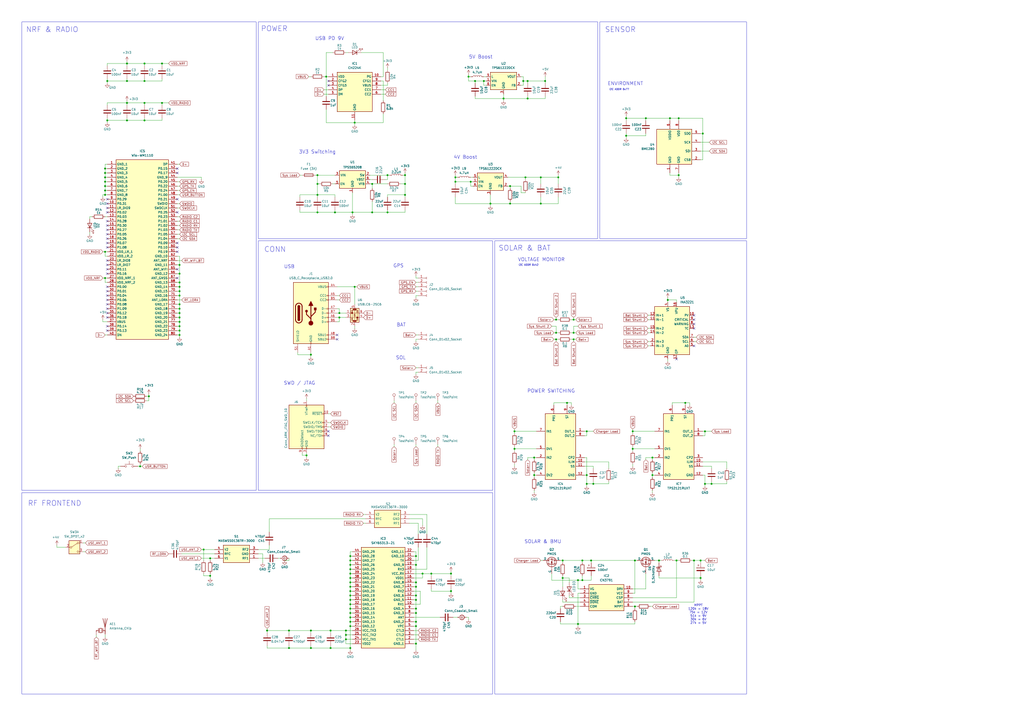
<source format=kicad_sch>
(kicad_sch (version 20250114) (generator "eeschema") (generator_version "9.0")
  (paper "A2")
  (rectangle (start 12.7 12.7) (end 148.59 284.48))
  (rectangle (start 149.86 12.7) (end 346.71 138.43))
  (rectangle (start 149.86 139.7) (end 285.75 284.48))
  (rectangle (start 287.02 139.7) (end 433.07 402.59))
  (rectangle (start 347.98 12.7) (end 433.07 138.43))
  (rectangle (start 12.7 285.75) (end 285.75 402.59))
  (text "I2C ADDR 0x77" (at 364.998 52.578 0) (effects (font (size 1 1)) (justify right bottom)))
  (text "3V3 Switching" (at 194.818 89.408 0) (effects (font (size 2 2)) (justify right bottom)))
  (text "GPS" (at 234.188 155.448 0) (effects (font (size 2 2)) (justify right bottom)))
  (text "MPPT\n120k = 18V\n75k = 12V\n51k = 9V\n30k = 6V\n27k = 5V" (at 405.13 356.362 0) (effects (font (size 1.27 1.27))))
  (text "ENVIRONMENT" (at 373.126 49.784 0) (effects (font (size 2 2)) (justify right bottom)))
  (text "BAT" (at 235.458 189.738 0) (effects (font (size 2 2)) (justify right bottom)))
  (text "SENSOR" (at 368.808 19.05 0) (effects (font (size 3 3)) (justify right bottom)))
  (text "VOLTAGE MONITOR" (at 327.66 151.892 0) (effects (font (size 2 2)) (justify right bottom)))
  (text "5V Boost" (at 285.75 34.29 0) (effects (font (size 2 2)) (justify right bottom)))
  (text "CONN" (at 165.862 146.558 0) (effects (font (size 3 3)) (justify right bottom)))
  (text "SOL" (at 235.458 208.788 0) (effects (font (size 2 2)) (justify right bottom)))
  (text "4V Boost" (at 276.86 92.456 0) (effects (font (size 2 2)) (justify right bottom)))
  (text "SOLAR & BAT" (at 319.532 145.796 0) (effects (font (size 3 3)) (justify right bottom)))
  (text "SWD / JTAG" (at 182.88 223.52 0) (effects (font (size 2 2)) (justify right bottom)))
  (text "I2C ADDR 0x42\n" (at 312.42 154.432 0) (effects (font (size 1 1)) (justify right bottom)))
  (text "NRF & RADIO" (at 45.466 19.05 0) (effects (font (size 3 3)) (justify right bottom)))
  (text "USB PD 9V" (at 199.644 23.622 0) (effects (font (size 2 2)) (justify right bottom)))
  (text "SOLAR & BMU" (at 325.628 315.468 0) (effects (font (size 2 2)) (justify right bottom)))
  (text "POWER" (at 166.878 18.542 0) (effects (font (size 3 3)) (justify right bottom)))
  (text "USB\n" (at 170.942 155.956 0) (effects (font (size 2 2)) (justify right bottom)))
  (text "RF FRONTEND" (at 47.244 293.878 0) (effects (font (size 3 3)) (justify right bottom)))
  (text "POWER SWITCHING" (at 333.502 228.092 0) (effects (font (size 2 2)) (justify right bottom)))
  (junction (at 196.85 181.61))
  (junction (at 264.16 105.41))
  (junction (at 203.2 340.36))
  (junction (at 104.14 186.69))
  (junction (at 203.2 325.12))
  (junction (at 332.74 193.04))
  (junction (at 306.07 57.15))
  (junction (at 215.9 123.19))
  (junction (at 203.2 345.44))
  (junction (at 73.66 59.69))
  (junction (at 203.2 337.82))
  (junction (at 241.3 337.82))
  (junction (at 392.43 325.12))
  (junction (at 271.78 44.45))
  (junction (at 241.3 360.68))
  (junction (at 241.3 347.98))
  (junction (at 241.3 345.44))
  (junction (at 104.14 171.45))
  (junction (at 60.96 97.79))
  (junction (at 60.96 161.29))
  (junction (at 408.94 280.67))
  (junction (at 86.36 229.87))
  (junction (at 241.3 340.36))
  (junction (at 121.92 323.85))
  (junction (at 393.7 68.58))
  (junction (at 180.34 205.74))
  (junction (at 340.36 275.59))
  (junction (at 342.9 325.12))
  (junction (at 60.96 146.05))
  (junction (at 368.3 351.79))
  (junction (at 104.14 163.83))
  (junction (at 93.98 36.83))
  (junction (at 224.79 101.6))
  (junction (at 313.69 102.87))
  (junction (at 203.2 363.22))
  (junction (at 194.31 123.19))
  (junction (at 273.05 105.41))
  (junction (at 322.58 193.04))
  (junction (at 397.51 233.68))
  (junction (at 309.88 265.43))
  (junction (at 387.35 173.99))
  (junction (at 203.2 350.52))
  (junction (at 295.91 118.11))
  (junction (at 104.14 166.37))
  (junction (at 104.14 179.07))
  (junction (at 406.4 335.28))
  (junction (at 60.96 107.95))
  (junction (at 184.15 123.19))
  (junction (at 104.14 194.31))
  (junction (at 104.14 158.75))
  (junction (at 104.14 184.15))
  (junction (at 154.94 365.76))
  (junction (at 189.23 44.45))
  (junction (at 83.82 59.69))
  (junction (at 203.2 342.9))
  (junction (at 224.79 123.19))
  (junction (at 382.27 325.12))
  (junction (at 200.66 365.76))
  (junction (at 250.19 332.74))
  (junction (at 292.1 57.15))
  (junction (at 62.23 46.99))
  (junction (at 245.11 332.74))
  (junction (at 203.2 332.74))
  (junction (at 316.23 46.99))
  (junction (at 323.85 102.87))
  (junction (at 60.96 113.03))
  (junction (at 196.85 184.15))
  (junction (at 367.03 250.19))
  (junction (at 332.74 185.42))
  (junction (at 295.91 107.95))
  (junction (at 406.4 325.12))
  (junction (at 203.2 358.14))
  (junction (at 261.62 332.74))
  (junction (at 303.53 46.99))
  (junction (at 205.74 71.12))
  (junction (at 62.23 69.85))
  (junction (at 93.98 59.69))
  (junction (at 241.3 327.66))
  (junction (at 304.8 102.87))
  (junction (at 337.82 336.55))
  (junction (at 200.66 370.84))
  (junction (at 407.67 77.47))
  (junction (at 234.95 113.03))
  (junction (at 241.3 322.58))
  (junction (at 335.28 336.55))
  (junction (at 402.59 325.12))
  (junction (at 280.67 46.99))
  (junction (at 322.58 185.42))
  (junction (at 118.11 318.77))
  (junction (at 73.66 69.85))
  (junction (at 241.3 373.38))
  (junction (at 83.82 46.99))
  (junction (at 284.48 118.11))
  (junction (at 203.2 355.6))
  (junction (at 104.14 181.61))
  (junction (at 184.15 101.6))
  (junction (at 104.14 189.23))
  (junction (at 104.14 191.77))
  (junction (at 264.16 102.87))
  (junction (at 191.77 375.92))
  (junction (at 313.69 118.11))
  (junction (at 368.3 325.12))
  (junction (at 367.03 260.35))
  (junction (at 203.2 347.98))
  (junction (at 204.47 123.19))
  (junction (at 191.77 365.76))
  (junction (at 340.36 250.19))
  (junction (at 241.3 363.22))
  (junction (at 408.94 250.19))
  (junction (at 60.96 110.49))
  (junction (at 388.62 68.58))
  (junction (at 60.96 102.87))
  (junction (at 234.95 106.68))
  (junction (at 203.2 330.2))
  (junction (at 241.3 355.6))
  (junction (at 180.34 365.76))
  (junction (at 203.2 360.68))
  (junction (at 378.46 275.59))
  (junction (at 104.14 153.67))
  (junction (at 104.14 168.91))
  (junction (at 363.22 78.74))
  (junction (at 378.46 265.43))
  (junction (at 73.66 46.99))
  (junction (at 374.65 68.58))
  (junction (at 215.9 106.68))
  (junction (at 60.96 100.33))
  (junction (at 180.34 375.92))
  (junction (at 309.88 275.59))
  (junction (at 104.14 176.53))
  (junction (at 83.82 69.85))
  (junction (at 167.64 375.92))
  (junction (at 205.74 166.37))
  (junction (at 328.93 233.68))
  (junction (at 121.92 334.01))
  (junction (at 83.82 36.83))
  (junction (at 340.36 280.67))
  (junction (at 184.15 113.03))
  (junction (at 60.96 105.41))
  (junction (at 184.15 106.68))
  (junction (at 234.95 101.6))
  (junction (at 203.2 375.92))
  (junction (at 167.64 365.76))
  (junction (at 306.07 46.99))
  (junction (at 241.3 353.06))
  (junction (at 203.2 335.28))
  (junction (at 298.45 250.19))
  (junction (at 326.39 335.28))
  (junction (at 73.66 36.83))
  (junction (at 335.28 361.95))
  (junction (at 363.22 68.58))
  (junction (at 337.82 325.12))
  (junction (at 326.39 325.12))
  (junction (at 81.28 270.51))
  (junction (at 203.2 327.66))
  (junction (at 344.17 280.67))
  (junction (at 298.45 260.35))
  (junction (at 322.58 196.85))
  (junction (at 177.8 264.16))
  (junction (at 393.7 101.6))
  (junction (at 261.62 342.9))
  (junction (at 203.2 322.58))
  (junction (at 203.2 353.06))
  (junction (at 332.74 196.85))
  (junction (at 200.66 368.3))
  (junction (at 275.59 46.99))
  (junction (at 412.75 280.67))
  (no_connect (at 62.23 166.37))
  (no_connect (at 102.87 143.51))
  (no_connect (at 62.23 151.13))
  (no_connect (at 102.87 146.05))
  (no_connect (at 62.23 133.35))
  (no_connect (at 190.5 250.19))
  (no_connect (at 62.23 184.15))
  (no_connect (at 102.87 123.19))
  (no_connect (at 62.23 171.45))
  (no_connect (at 190.5 46.99))
  (no_connect (at 102.87 161.29))
  (no_connect (at 62.23 123.19))
  (no_connect (at 402.59 182.88))
  (no_connect (at 195.58 196.85))
  (no_connect (at 62.23 120.65))
  (no_connect (at 190.5 49.53))
  (no_connect (at 402.59 187.96))
  (no_connect (at 102.87 100.33))
  (no_connect (at 62.23 143.51))
  (no_connect (at 102.87 115.57))
  (no_connect (at 402.59 190.5))
  (no_connect (at 62.23 181.61))
  (no_connect (at 402.59 185.42))
  (no_connect (at 62.23 179.07))
  (no_connect (at 62.23 138.43))
  (no_connect (at 62.23 168.91))
  (no_connect (at 62.23 158.75))
  (no_connect (at 62.23 130.81))
  (no_connect (at 102.87 140.97))
  (no_connect (at 62.23 115.57))
  (no_connect (at 62.23 128.27))
  (no_connect (at 62.23 135.89))
  (no_connect (at 62.23 173.99))
  (no_connect (at 62.23 156.21))
  (no_connect (at 62.23 140.97))
  (no_connect (at 102.87 156.21))
  (no_connect (at 195.58 194.31))
  (no_connect (at 62.23 176.53))
  (no_connect (at 62.23 191.77))
  (no_connect (at 62.23 189.23))
  (no_connect (at 102.87 97.79))
  (no_connect (at 392.43 208.28))
  (no_connect (at 402.59 200.66))
  (no_connect (at 62.23 153.67))
  (no_connect (at 190.5 252.73))
  (no_connect (at 62.23 118.11))
  (wire (pts (xy 335.28 341.63) (xy 336.55 341.63)))
  (wire (pts (xy 156.21 316.23) (xy 156.21 318.77)))
  (wire (pts (xy 316.23 48.26) (xy 316.23 46.99)))
  (wire (pts (xy 363.22 78.74) (xy 374.65 78.74)))
  (wire (pts (xy 280.67 46.99) (xy 281.94 46.99)))
  (wire (pts (xy 284.48 119.38) (xy 284.48 118.11)))
  (wire (pts (xy 83.82 59.69) (xy 83.82 60.96)))
  (wire (pts (xy 332.74 193.04) (xy 332.74 189.23)))
  (wire (pts (xy 322.58 185.42) (xy 322.58 184.15)))
  (wire (pts (xy 342.9 325.12) (xy 342.9 326.39)))
  (wire (pts (xy 104.14 171.45) (xy 104.14 176.53)))
  (wire (pts (xy 203.2 350.52) (xy 204.47 350.52)))
  (wire (pts (xy 342.9 334.01) (xy 342.9 336.55)))
  (wire (pts (xy 240.03 365.76) (xy 242.57 365.76)))
  (wire (pts (xy 313.69 114.3) (xy 313.69 118.11)))
  (wire (pts (xy 102.87 179.07) (xy 104.14 179.07)))
  (wire (pts (xy 340.36 280.67) (xy 340.36 281.94)))
  (wire (pts (xy 412.75 280.67) (xy 408.94 280.67)))
  (wire (pts (xy 389.89 234.95) (xy 389.89 233.68)))
  (wire (pts (xy 179.07 44.45) (xy 180.34 44.45)))
  (wire (pts (xy 102.87 128.27) (xy 104.14 128.27)))
  (wire (pts (xy 173.99 123.19) (xy 173.99 121.92)))
  (wire (pts (xy 242.57 215.9) (xy 241.3 215.9)))
  (wire (pts (xy 180.34 365.76) (xy 180.34 367.03)))
  (wire (pts (xy 203.2 358.14) (xy 204.47 358.14)))
  (wire (pts (xy 309.88 284.48) (xy 309.88 285.75)))
  (wire (pts (xy 304.8 102.87) (xy 313.69 102.87)))
  (wire (pts (xy 241.3 340.36) (xy 241.3 345.44)))
  (wire (pts (xy 62.23 46.99) (xy 62.23 45.72)))
  (wire (pts (xy 274.32 107.95) (xy 273.05 107.95)))
  (wire (pts (xy 368.3 344.17) (xy 368.3 325.12)))
  (wire (pts (xy 83.82 36.83) (xy 73.66 36.83)))
  (wire (pts (xy 382.27 325.12) (xy 382.27 326.39)))
  (wire (pts (xy 234.95 101.6) (xy 234.95 106.68)))
  (wire (pts (xy 205.74 71.12) (xy 205.74 72.39)))
  (wire (pts (xy 240.03 370.84) (xy 242.57 370.84)))
  (wire (pts (xy 104.14 113.03) (xy 102.87 113.03)))
  (wire (pts (xy 387.35 173.99) (xy 387.35 175.26)))
  (wire (pts (xy 60.96 194.31) (xy 62.23 194.31)))
  (wire (pts (xy 326.39 335.28) (xy 326.39 340.36)))
  (wire (pts (xy 240.03 350.52) (xy 243.84 350.52)))
  (wire (pts (xy 241.3 320.04) (xy 241.3 322.58)))
  (wire (pts (xy 271.78 44.45) (xy 271.78 46.99)))
  (wire (pts (xy 196.85 179.07) (xy 196.85 181.61)))
  (wire (pts (xy 184.15 113.03) (xy 194.31 113.03)))
  (wire (pts (xy 204.47 320.04) (xy 203.2 320.04)))
  (wire (pts (xy 421.64 267.97) (xy 421.64 271.78)))
  (wire (pts (xy 382.27 325.12) (xy 383.54 325.12)))
  (wire (pts (xy 309.88 275.59) (xy 309.88 274.32)))
  (wire (pts (xy 241.3 166.37) (xy 242.57 166.37)))
  (wire (pts (xy 203.2 360.68) (xy 204.47 360.68)))
  (wire (pts (xy 203.2 355.6) (xy 204.47 355.6)))
  (wire (pts (xy 375.92 198.12) (xy 377.19 198.12)))
  (wire (pts (xy 116.84 318.77) (xy 118.11 318.77)))
  (wire (pts (xy 205.74 166.37) (xy 207.01 166.37)))
  (wire (pts (xy 335.28 336.55) (xy 320.04 336.55)))
  (wire (pts (xy 203.2 340.36) (xy 204.47 340.36)))
  (wire (pts (xy 189.23 63.5) (xy 189.23 71.12)))
  (wire (pts (xy 203.2 332.74) (xy 203.2 335.28)))
  (wire (pts (xy 195.58 181.61) (xy 196.85 181.61)))
  (wire (pts (xy 304.8 104.14) (xy 304.8 102.87)))
  (wire (pts (xy 367.03 260.35) (xy 367.03 261.62)))
  (wire (pts (xy 331.47 193.04) (xy 332.74 193.04)))
  (wire (pts (xy 116.84 102.87) (xy 116.84 104.14)))
  (wire (pts (xy 81.28 260.35) (xy 81.28 261.62)))
  (wire (pts (xy 322.58 193.04) (xy 323.85 193.04)))
  (wire (pts (xy 220.98 49.53) (xy 224.79 49.53)))
  (wire (pts (xy 194.31 113.03) (xy 194.31 114.3)))
  (wire (pts (xy 196.85 186.69) (xy 195.58 186.69)))
  (wire (pts (xy 184.15 101.6) (xy 184.15 106.68)))
  (wire (pts (xy 240.03 373.38) (xy 241.3 373.38)))
  (wire (pts (xy 270.51 358.14) (xy 271.78 358.14)))
  (wire (pts (xy 205.74 189.23) (xy 205.74 190.5)))
  (wire (pts (xy 182.88 101.6) (xy 184.15 101.6)))
  (wire (pts (xy 265.43 358.14) (xy 262.89 358.14)))
  (wire (pts (xy 80.01 270.51) (xy 81.28 270.51)))
  (wire (pts (xy 193.04 106.68) (xy 194.31 106.68)))
  (wire (pts (xy 247.65 298.45) (xy 247.65 309.88)))
  (wire (pts (xy 203.2 347.98) (xy 203.2 350.52)))
  (wire (pts (xy 295.91 107.95) (xy 295.91 109.22)))
  (wire (pts (xy 367.03 260.35) (xy 379.73 260.35)))
  (wire (pts (xy 62.23 68.58) (xy 62.23 69.85)))
  (wire (pts (xy 224.79 101.6) (xy 226.06 101.6)))
  (wire (pts (xy 367.03 250.19) (xy 367.03 251.46)))
  (wire (pts (xy 102.87 189.23) (xy 104.14 189.23)))
  (wire (pts (xy 322.58 196.85) (xy 322.58 198.12)))
  (wire (pts (xy 367.03 250.19) (xy 379.73 250.19)))
  (wire (pts (xy 421.64 279.4) (xy 421.64 280.67)))
  (wire (pts (xy 241.3 322.58) (xy 240.03 322.58)))
  (wire (pts (xy 203.2 327.66) (xy 204.47 327.66)))
  (wire (pts (xy 344.17 270.51) (xy 339.09 270.51)))
  (wire (pts (xy 332.74 193.04) (xy 334.01 193.04)))
  (wire (pts (xy 378.46 265.43) (xy 378.46 266.7)))
  (wire (pts (xy 306.07 57.15) (xy 306.07 55.88)))
  (wire (pts (xy 224.79 123.19) (xy 234.95 123.19)))
  (wire (pts (xy 222.25 71.12) (xy 205.74 71.12)))
  (wire (pts (xy 407.67 275.59) (xy 408.94 275.59)))
  (wire (pts (xy 241.3 171.45) (xy 242.57 171.45)))
  (wire (pts (xy 203.2 342.9) (xy 204.47 342.9)))
  (wire (pts (xy 363.22 77.47) (xy 363.22 78.74)))
  (wire (pts (xy 363.22 68.58) (xy 374.65 68.58)))
  (wire (pts (xy 240.03 368.3) (xy 242.57 368.3)))
  (wire (pts (xy 215.9 116.84) (xy 215.9 123.19)))
  (wire (pts (xy 298.45 269.24) (xy 298.45 270.51)))
  (wire (pts (xy 237.49 298.45) (xy 247.65 298.45)))
  (wire (pts (xy 323.85 102.87) (xy 313.69 102.87)))
  (wire (pts (xy 313.69 102.87) (xy 313.69 106.68)))
  (wire (pts (xy 335.28 336.55) (xy 335.28 341.63)))
  (wire (pts (xy 102.87 173.99) (xy 105.41 173.99)))
  (wire (pts (xy 323.85 196.85) (xy 322.58 196.85)))
  (wire (pts (xy 59.69 186.69) (xy 62.23 186.69)))
  (wire (pts (xy 203.2 345.44) (xy 204.47 345.44)))
  (wire (pts (xy 222.25 46.99) (xy 222.25 58.42)))
  (wire (pts (xy 298.45 260.35) (xy 311.15 260.35)))
  (wire (pts (xy 93.98 36.83) (xy 93.98 38.1)))
  (wire (pts (xy 203.2 330.2) (xy 203.2 332.74)))
  (wire (pts (xy 102.87 102.87) (xy 116.84 102.87)))
  (wire (pts (xy 375.92 182.88) (xy 377.19 182.88)))
  (wire (pts (xy 102.87 118.11) (xy 104.14 118.11)))
  (wire (pts (xy 330.2 346.71) (xy 336.55 346.71)))
  (wire (pts (xy 196.85 179.07) (xy 195.58 179.07)))
  (wire (pts (xy 203.2 363.22) (xy 203.2 375.92)))
  (wire (pts (xy 60.96 105.41) (xy 62.23 105.41)))
  (wire (pts (xy 241.3 360.68) (xy 241.3 363.22)))
  (wire (pts (xy 302.26 44.45) (xy 303.53 44.45)))
  (wire (pts (xy 421.64 280.67) (xy 412.75 280.67)))
  (wire (pts (xy 203.2 337.82) (xy 203.2 340.36)))
  (wire (pts (xy 68.58 270.51) (xy 69.85 270.51)))
  (wire (pts (xy 298.45 248.92) (xy 298.45 250.19)))
  (wire (pts (xy 241.3 355.6) (xy 241.3 360.68)))
  (wire (pts (xy 60.96 113.03) (xy 62.23 113.03)))
  (wire (pts (xy 187.96 54.61) (xy 190.5 54.61)))
  (wire (pts (xy 194.31 123.19) (xy 194.31 121.92)))
  (wire (pts (xy 73.66 36.83) (xy 62.23 36.83)))
  (wire (pts (xy 306.07 57.15) (xy 316.23 57.15)))
  (wire (pts (xy 172.72 205.74) (xy 180.34 205.74)))
  (wire (pts (xy 102.87 184.15) (xy 104.14 184.15)))
  (wire (pts (xy 406.4 334.01) (xy 406.4 335.28)))
  (wire (pts (xy 339.09 250.19) (xy 340.36 250.19)))
  (wire (pts (xy 408.94 252.73) (xy 407.67 252.73)))
  (wire (pts (xy 222.25 44.45) (xy 220.98 44.45)))
  (wire (pts (xy 60.96 100.33) (xy 62.23 100.33)))
  (wire (pts (xy 167.64 365.76) (xy 180.34 365.76)))
  (wire (pts (xy 367.03 346.71) (xy 392.43 346.71)))
  (wire (pts (xy 264.16 105.41) (xy 273.05 105.41)))
  (wire (pts (xy 241.3 345.44) (xy 241.3 347.98)))
  (wire (pts (xy 102.87 153.67) (xy 104.14 153.67)))
  (wire (pts (xy 60.96 110.49) (xy 62.23 110.49)))
  (wire (pts (xy 196.85 181.61) (xy 200.66 181.61)))
  (wire (pts (xy 154.94 365.76) (xy 167.64 365.76)))
  (wire (pts (xy 393.7 102.87) (xy 393.7 101.6)))
  (wire (pts (xy 295.91 118.11) (xy 295.91 116.84)))
  (wire (pts (xy 298.45 260.35) (xy 298.45 261.62)))
  (wire (pts (xy 412.75 271.78) (xy 412.75 270.51)))
  (wire (pts (xy 60.96 146.05) (xy 62.23 146.05)))
  (wire (pts (xy 187.96 52.07) (xy 190.5 52.07)))
  (wire (pts (xy 102.87 171.45) (xy 104.14 171.45)))
  (wire (pts (xy 330.2 345.44) (xy 330.2 346.71)))
  (wire (pts (xy 337.82 334.01) (xy 337.82 336.55)))
  (wire (pts (xy 402.59 349.25) (xy 367.03 349.25)))
  (wire (pts (xy 180.34 365.76) (xy 191.77 365.76)))
  (wire (pts (xy 250.19 332.74) (xy 261.62 332.74)))
  (wire (pts (xy 62.23 95.25) (xy 60.96 95.25)))
  (wire (pts (xy 367.03 269.24) (xy 367.03 270.51)))
  (wire (pts (xy 241.3 373.38) (xy 241.3 377.19)))
  (wire (pts (xy 397.51 233.68) (xy 400.05 233.68)))
  (wire (pts (xy 81.28 270.51) (xy 82.55 270.51)))
  (wire (pts (xy 177.8 231.14) (xy 177.8 232.41)))
  (wire (pts (xy 388.62 100.33) (xy 388.62 101.6)))
  (wire (pts (xy 275.59 46.99) (xy 280.67 46.99)))
  (wire (pts (xy 184.15 123.19) (xy 184.15 121.92)))
  (wire (pts (xy 353.06 279.4) (xy 353.06 280.67)))
  (wire (pts (xy 241.3 345.44) (xy 240.03 345.44)))
  (wire (pts (xy 189.23 44.45) (xy 190.5 44.45)))
  (wire (pts (xy 321.31 196.85) (xy 322.58 196.85)))
  (wire (pts (xy 321.31 234.95) (xy 321.31 233.68)))
  (wire (pts (xy 374.65 68.58) (xy 388.62 68.58)))
  (wire (pts (xy 62.23 46.99) (xy 73.66 46.99)))
  (wire (pts (xy 342.9 336.55) (xy 337.82 336.55)))
  (wire (pts (xy 292.1 54.61) (xy 292.1 57.15)))
  (wire (pts (xy 321.31 233.68) (xy 328.93 233.68)))
  (wire (pts (xy 104.14 184.15) (xy 104.14 186.69)))
  (wire (pts (xy 234.95 113.03) (xy 234.95 114.3)))
  (wire (pts (xy 265.43 102.87) (xy 264.16 102.87)))
  (wire (pts (xy 311.15 275.59) (xy 309.88 275.59)))
  (wire (pts (xy 224.79 101.6) (xy 224.79 104.14)))
  (wire (pts (xy 388.62 101.6) (xy 393.7 101.6)))
  (wire (pts (xy 104.14 176.53) (xy 104.14 179.07)))
  (wire (pts (xy 93.98 59.69) (xy 97.79 59.69)))
  (wire (pts (xy 102.87 158.75) (xy 104.14 158.75)))
  (wire (pts (xy 241.3 340.36) (xy 240.03 340.36)))
  (wire (pts (xy 377.19 351.79) (xy 378.46 351.79)))
  (wire (pts (xy 382.27 334.01) (xy 382.27 335.28)))
  (wire (pts (xy 328.93 234.95) (xy 328.93 233.68)))
  (wire (pts (xy 374.65 69.85) (xy 374.65 68.58)))
  (wire (pts (xy 241.3 347.98) (xy 240.03 347.98)))
  (wire (pts (xy 337.82 336.55) (xy 335.28 336.55)))
  (wire (pts (xy 228.6 259.08) (xy 228.6 257.81)))
  (wire (pts (xy 298.45 260.35) (xy 298.45 259.08)))
  (wire (pts (xy 392.43 173.99) (xy 392.43 175.26)))
  (wire (pts (xy 337.82 325.12) (xy 342.9 325.12)))
  (wire (pts (xy 242.57 161.29) (xy 241.3 161.29)))
  (wire (pts (xy 294.64 102.87) (xy 304.8 102.87)))
  (wire (pts (xy 241.3 322.58) (xy 241.3 327.66)))
  (wire (pts (xy 406.4 335.28) (xy 382.27 335.28)))
  (wire (pts (xy 102.87 133.35) (xy 104.14 133.35)))
  (wire (pts (xy 316.23 57.15) (xy 316.23 55.88)))
  (wire (pts (xy 156.21 300.99) (xy 212.09 300.99)))
  (wire (pts (xy 242.57 194.31) (xy 241.3 194.31)))
  (wire (pts (xy 102.87 125.73) (xy 104.14 125.73)))
  (wire (pts (xy 332.74 185.42) (xy 331.47 185.42)))
  (wire (pts (xy 73.66 69.85) (xy 83.82 69.85)))
  (wire (pts (xy 52.07 134.62) (xy 52.07 135.89)))
  (wire (pts (xy 104.14 191.77) (xy 104.14 194.31)))
  (wire (pts (xy 177.8 264.16) (xy 177.8 265.43)))
  (wire (pts (xy 167.64 325.12) (xy 167.64 323.85)))
  (wire (pts (xy 340.36 265.43) (xy 340.36 275.59)))
  (wire (pts (xy 342.9 325.12) (xy 368.3 325.12)))
  (wire (pts (xy 203.2 358.14) (xy 203.2 360.68)))
  (wire (pts (xy 374.65 266.7) (xy 374.65 265.43)))
  (wire (pts (xy 60.96 102.87) (xy 62.23 102.87)))
  (wire (pts (xy 309.88 275.59) (xy 309.88 276.86)))
  (wire (pts (xy 93.98 36.83) (xy 83.82 36.83)))
  (wire (pts (xy 337.82 325.12) (xy 337.82 326.39)))
  (wire (pts (xy 60.96 107.95) (xy 62.23 107.95)))
  (wire (pts (xy 104.14 189.23) (xy 104.14 191.77)))
  (wire (pts (xy 184.15 106.68) (xy 184.15 113.03)))
  (wire (pts (xy 204.47 124.46) (xy 204.47 123.19)))
  (wire (pts (xy 203.2 345.44) (xy 203.2 347.98)))
  (wire (pts (xy 368.3 325.12) (xy 369.57 325.12)))
  (wire (pts (xy 378.46 284.48) (xy 378.46 285.75)))
  (wire (pts (xy 240.03 353.06) (xy 241.3 353.06)))
  (wire (pts (xy 306.07 266.7) (xy 306.07 265.43)))
  (wire (pts (xy 412.75 270.51) (xy 407.67 270.51)))
  (wire (pts (xy 104.14 166.37) (xy 104.14 168.91)))
  (wire (pts (xy 388.62 68.58) (xy 393.7 68.58)))
  (wire (pts (xy 102.87 168.91) (xy 104.14 168.91)))
  (wire (pts (xy 224.79 40.64) (xy 224.79 39.37)))
  (wire (pts (xy 62.23 71.12) (xy 62.23 69.85)))
  (wire (pts (xy 321.31 185.42) (xy 322.58 185.42)))
  (wire (pts (xy 241.3 168.91) (xy 242.57 168.91)))
  (wire (pts (xy 408.94 250.19) (xy 408.94 252.73)))
  (wire (pts (xy 228.6 233.68) (xy 228.6 232.41)))
  (wire (pts (xy 334.01 351.79) (xy 336.55 351.79)))
  (wire (pts (xy 180.34 374.65) (xy 180.34 375.92)))
  (wire (pts (xy 393.7 69.85) (xy 393.7 68.58)))
  (wire (pts (xy 328.93 233.68) (xy 331.47 233.68)))
  (wire (pts (xy 408.94 280.67) (xy 408.94 281.94)))
  (wire (pts (xy 203.2 332.74) (xy 204.47 332.74)))
  (wire (pts (xy 392.43 346.71) (xy 392.43 325.12)))
  (wire (pts (xy 261.62 331.47) (xy 261.62 332.74)))
  (wire (pts (xy 83.82 36.83) (xy 83.82 38.1)))
  (wire (pts (xy 326.39 334.01) (xy 326.39 335.28)))
  (wire (pts (xy 121.92 323.85) (xy 121.92 325.12)))
  (wire (pts (xy 204.47 111.76) (xy 204.47 123.19)))
  (wire (pts (xy 209.55 30.48) (xy 222.25 30.48)))
  (wire (pts (xy 273.05 102.87) (xy 274.32 102.87)))
  (wire (pts (xy 191.77 365.76) (xy 200.66 365.76)))
  (wire (pts (xy 275.59 57.15) (xy 275.59 55.88)))
  (wire (pts (xy 73.66 46.99) (xy 73.66 45.72)))
  (wire (pts (xy 205.74 176.53) (xy 205.74 166.37)))
  (wire (pts (xy 325.12 351.79) (xy 326.39 351.79)))
  (wire (pts (xy 393.7 101.6) (xy 393.7 100.33)))
  (wire (pts (xy 407.67 250.19) (xy 408.94 250.19)))
  (wire (pts (xy 121.92 334.01) (xy 121.92 335.28)))
  (wire (pts (xy 241.3 327.66) (xy 241.3 337.82)))
  (wire (pts (xy 292.1 58.42) (xy 292.1 57.15)))
  (wire (pts (xy 215.9 106.68) (xy 215.9 109.22)))
  (wire (pts (xy 214.63 104.14) (xy 215.9 104.14)))
  (wire (pts (xy 203.2 340.36) (xy 203.2 342.9)))
  (wire (pts (xy 52.07 127) (xy 52.07 125.73)))
  (wire (pts (xy 190.5 245.11) (xy 191.77 245.11)))
  (wire (pts (xy 406.4 325.12) (xy 408.94 325.12)))
  (wire (pts (xy 224.79 49.53) (xy 224.79 48.26)))
  (wire (pts (xy 200.66 370.84) (xy 200.66 368.3)))
  (wire (pts (xy 194.31 123.19) (xy 204.47 123.19)))
  (wire (pts (xy 264.16 102.87) (xy 264.16 105.41)))
  (wire (pts (xy 116.84 323.85) (xy 121.92 323.85)))
  (wire (pts (xy 332.74 189.23) (xy 335.28 189.23)))
  (wire (pts (xy 326.39 325.12) (xy 337.82 325.12)))
  (wire (pts (xy 154.94 365.76) (xy 154.94 367.03)))
  (wire (pts (xy 322.58 193.04) (xy 322.58 189.23)))
  (wire (pts (xy 167.64 325.12) (xy 165.1 325.12)))
  (wire (pts (xy 156.21 308.61) (xy 156.21 300.99)))
  (wire (pts (xy 241.3 363.22) (xy 241.3 373.38)))
  (wire (pts (xy 184.15 113.03) (xy 184.15 114.3)))
  (wire (pts (xy 173.99 123.19) (xy 184.15 123.19)))
  (wire (pts (xy 102.87 176.53) (xy 104.14 176.53)))
  (wire (pts (xy 189.23 30.48) (xy 193.04 30.48)))
  (wire (pts (xy 367.03 260.35) (xy 367.03 259.08)))
  (wire (pts (xy 245.11 300.99) (xy 245.11 304.8)))
  (wire (pts (xy 280.67 49.53) (xy 280.67 46.99)))
  (wire (pts (xy 220.98 52.07) (xy 223.52 52.07)))
  (wire (pts (xy 210.82 303.53) (xy 212.09 303.53)))
  (wire (pts (xy 234.95 113.03) (xy 224.79 113.03)))
  (wire (pts (xy 271.78 43.18) (xy 271.78 44.45)))
  (wire (pts (xy 335.28 344.17) (xy 336.55 344.17)))
  (wire (pts (xy 203.2 325.12) (xy 203.2 327.66)))
  (wire (pts (xy 407.67 77.47) (xy 407.67 68.58)))
  (wire (pts (xy 196.85 184.15) (xy 200.66 184.15)))
  (wire (pts (xy 261.62 341.63) (xy 261.62 342.9)))
  (wire (pts (xy 93.98 46.99) (xy 93.98 45.72)))
  (wire (pts (xy 340.36 250.19) (xy 344.17 250.19)))
  (wire (pts (xy 353.06 280.67) (xy 344.17 280.67)))
  (wire (pts (xy 281.94 49.53) (xy 280.67 49.53)))
  (wire (pts (xy 121.92 332.74) (xy 121.92 334.01)))
  (wire (pts (xy 180.34 375.92) (xy 191.77 375.92)))
  (wire (pts (xy 196.85 184.15) (xy 196.85 186.69)))
  (wire (pts (xy 271.78 46.99) (xy 275.59 46.99)))
  (wire (pts (xy 363.22 67.31) (xy 363.22 68.58)))
  (wire (pts (xy 368.3 361.95) (xy 368.3 360.68)))
  (wire (pts (xy 234.95 100.33) (xy 234.95 101.6)))
  (wire (pts (xy 242.57 213.36) (xy 241.3 213.36)))
  (wire (pts (xy 83.82 46.99) (xy 83.82 45.72)))
  (wire (pts (xy 402.59 198.12) (xy 403.86 198.12)))
  (wire (pts (xy 195.58 171.45) (xy 196.85 171.45)))
  (wire (pts (xy 335.28 361.95) (xy 368.3 361.95)))
  (wire (pts (xy 203.2 325.12) (xy 204.47 325.12)))
  (wire (pts (xy 203.2 335.28) (xy 204.47 335.28)))
  (wire (pts (xy 298.45 250.19) (xy 298.45 251.46)))
  (wire (pts (xy 60.96 110.49) (xy 60.96 113.03)))
  (wire (pts (xy 212.09 298.45) (xy 210.82 298.45)))
  (wire (pts (xy 402.59 325.12) (xy 406.4 325.12)))
  (wire (pts (xy 323.85 118.11) (xy 323.85 114.3)))
  (wire (pts (xy 340.36 275.59) (xy 340.36 280.67)))
  (wire (pts (xy 224.79 113.03) (xy 224.79 114.3)))
  (wire (pts (xy 33.02 317.5) (xy 38.1 317.5)))
  (wire (pts (xy 406.4 336.55) (xy 406.4 335.28)))
  (wire (pts (xy 241.3 160.02) (xy 241.3 161.29)))
  (wire (pts (xy 250.19 334.01) (xy 250.19 332.74)))
  (wire (pts (xy 48.26 314.96) (xy 49.53 314.96)))
  (wire (pts (xy 203.2 360.68) (xy 203.2 363.22)))
  (wire (pts (xy 73.66 68.58) (xy 73.66 69.85)))
  (wire (pts (xy 149.86 318.77) (xy 156.21 318.77)))
  (wire (pts (xy 223.52 104.14) (xy 224.79 104.14)))
  (wire (pts (xy 68.58 271.78) (xy 68.58 270.51)))
  (wire (pts (xy 316.23 44.45) (xy 316.23 46.99)))
  (wire (pts (xy 240.03 330.2) (xy 247.65 330.2)))
  (wire (pts (xy 189.23 71.12) (xy 205.74 71.12)))
  (wire (pts (xy 406.4 82.55) (xy 411.48 82.55)))
  (wire (pts (xy 102.87 148.59) (xy 104.14 148.59)))
  (wire (pts (xy 102.87 151.13) (xy 105.41 151.13)))
  (wire (pts (xy 190.5 240.03) (xy 191.77 240.03)))
  (wire (pts (xy 353.06 267.97) (xy 353.06 271.78)))
  (wire (pts (xy 245.11 332.74) (xy 245.11 335.28)))
  (wire (pts (xy 180.34 207.01) (xy 180.34 205.74)))
  (wire (pts (xy 374.65 341.63) (xy 367.03 341.63)))
  (wire (pts (xy 33.02 316.23) (xy 33.02 317.5)))
  (wire (pts (xy 172.72 204.47) (xy 172.72 205.74)))
  (wire (pts (xy 60.96 100.33) (xy 60.96 102.87)))
  (wire (pts (xy 374.65 77.47) (xy 374.65 78.74)))
  (wire (pts (xy 406.4 77.47) (xy 407.67 77.47)))
  (wire (pts (xy 408.94 250.19) (xy 412.75 250.19)))
  (wire (pts (xy 93.98 59.69) (xy 83.82 59.69)))
  (wire (pts (xy 374.65 265.43) (xy 378.46 265.43)))
  (wire (pts (xy 73.66 46.99) (xy 83.82 46.99)))
  (wire (pts (xy 52.07 125.73) (xy 53.34 125.73)))
  (wire (pts (xy 104.14 148.59) (xy 104.14 153.67)))
  (wire (pts (xy 81.28 269.24) (xy 81.28 270.51)))
  (wire (pts (xy 187.96 44.45) (xy 189.23 44.45)))
  (wire (pts (xy 406.4 87.63) (xy 411.48 87.63)))
  (wire (pts (xy 375.92 190.5) (xy 377.19 190.5)))
  (wire (pts (xy 254 233.68) (xy 254 232.41)))
  (wire (pts (xy 264.16 105.41) (xy 264.16 106.68)))
  (wire (pts (xy 240.03 320.04) (xy 241.3 320.04)))
  (wire (pts (xy 73.66 36.83) (xy 73.66 38.1)))
  (wire (pts (xy 320.04 332.74) (xy 320.04 336.55)))
  (wire (pts (xy 332.74 184.15) (xy 332.74 185.42)))
  (wire (pts (xy 73.66 35.56) (xy 73.66 36.83)))
  (wire (pts (xy 60.96 107.95) (xy 60.96 110.49)))
  (wire (pts (xy 86.36 232.41) (xy 85.09 232.41)))
  (wire (pts (xy 62.23 69.85) (xy 73.66 69.85)))
  (wire (pts (xy 59.69 185.42) (xy 59.69 186.69)))
  (wire (pts (xy 378.46 275.59) (xy 378.46 276.86)))
  (wire (pts (xy 241.3 337.82) (xy 240.03 337.82)))
  (wire (pts (xy 275.59 46.99) (xy 275.59 48.26)))
  (wire (pts (xy 243.84 350.52) (xy 243.84 342.9)))
  (wire (pts (xy 344.17 280.67) (xy 340.36 280.67)))
  (wire (pts (xy 241.3 215.9) (xy 241.3 217.17)))
  (wire (pts (xy 59.69 113.03) (xy 60.96 113.03)))
  (wire (pts (xy 241.3 353.06) (xy 241.3 355.6)))
  (wire (pts (xy 273.05 105.41) (xy 274.32 105.41)))
  (wire (pts (xy 339.09 265.43) (xy 340.36 265.43)))
  (wire (pts (xy 402.59 195.58) (xy 403.86 195.58)))
  (wire (pts (xy 309.88 265.43) (xy 311.15 265.43)))
  (wire (pts (xy 340.36 252.73) (xy 339.09 252.73)))
  (wire (pts (xy 306.07 265.43) (xy 309.88 265.43)))
  (wire (pts (xy 97.79 36.83) (xy 93.98 36.83)))
  (wire (pts (xy 86.36 228.6) (xy 86.36 229.87)))
  (wire (pts (xy 240.03 360.68) (xy 241.3 360.68)))
  (wire (pts (xy 220.98 54.61) (xy 223.52 54.61)))
  (wire (pts (xy 60.96 163.83) (xy 60.96 161.29)))
  (wire (pts (xy 195.58 166.37) (xy 205.74 166.37)))
  (wire (pts (xy 195.58 173.99) (xy 196.85 173.99)))
  (wire (pts (xy 102.87 163.83) (xy 104.14 163.83)))
  (wire (pts (xy 83.82 59.69) (xy 73.66 59.69)))
  (wire (pts (xy 104.14 130.81) (xy 102.87 130.81)))
  (wire (pts (xy 336.55 349.25) (xy 326.39 349.25)))
  (wire (pts (xy 344.17 271.78) (xy 344.17 270.51)))
  (wire (pts (xy 389.89 233.68) (xy 397.51 233.68)))
  (wire (pts (xy 339.09 267.97) (xy 353.06 267.97)))
  (wire (pts (xy 335.28 361.95) (xy 335.28 363.22)))
  (wire (pts (xy 200.66 368.3) (xy 200.66 365.76)))
  (wire (pts (xy 104.14 168.91) (xy 104.14 171.45)))
  (wire (pts (xy 344.17 279.4) (xy 344.17 280.67)))
  (wire (pts (xy 242.57 317.5) (xy 242.57 325.12)))
  (wire (pts (xy 222.25 30.48) (xy 222.25 44.45)))
  (wire (pts (xy 48.26 320.04) (xy 49.53 320.04)))
  (wire (pts (xy 250.19 342.9) (xy 261.62 342.9)))
  (wire (pts (xy 378.46 265.43) (xy 379.73 265.43)))
  (wire (pts (xy 316.23 46.99) (xy 306.07 46.99)))
  (wire (pts (xy 393.7 68.58) (xy 407.67 68.58)))
  (wire (pts (xy 332.74 196.85) (xy 332.74 198.12)))
  (wire (pts (xy 118.11 318.77) (xy 118.11 325.12)))
  (wire (pts (xy 203.2 327.66) (xy 203.2 330.2)))
  (wire (pts (xy 243.84 342.9) (xy 240.03 342.9)))
  (wire (pts (xy 304.8 111.76) (xy 302.26 111.76)))
  (wire (pts (xy 118.11 318.77) (xy 124.46 318.77)))
  (wire (pts (xy 234.95 121.92) (xy 234.95 123.19)))
  (wire (pts (xy 83.82 69.85) (xy 93.98 69.85)))
  (wire (pts (xy 275.59 57.15) (xy 292.1 57.15)))
  (wire (pts (xy 200.66 368.3) (xy 204.47 368.3)))
  (wire (pts (xy 173.99 101.6) (xy 175.26 101.6)))
  (wire (pts (xy 62.23 48.26) (xy 62.23 46.99)))
  (wire (pts (xy 309.88 265.43) (xy 309.88 266.7)))
  (wire (pts (xy 392.43 325.12) (xy 393.7 325.12)))
  (wire (pts (xy 60.96 95.25) (xy 60.96 97.79)))
  (wire (pts (xy 332.74 196.85) (xy 334.01 196.85)))
  (wire (pts (xy 241.3 196.85) (xy 241.3 198.12)))
  (wire (pts (xy 215.9 123.19) (xy 224.79 123.19)))
  (wire (pts (xy 191.77 375.92) (xy 203.2 375.92)))
  (wire (pts (xy 273.05 107.95) (xy 273.05 105.41)))
  (wire (pts (xy 313.69 118.11) (xy 323.85 118.11)))
  (wire (pts (xy 121.92 323.85) (xy 124.46 323.85)))
  (wire (pts (xy 325.12 361.95) (xy 325.12 360.68)))
  (wire (pts (xy 62.23 59.69) (xy 62.23 60.96)))
  (wire (pts (xy 102.87 138.43) (xy 104.14 138.43)))
  (wire (pts (xy 303.53 46.99) (xy 306.07 46.99)))
  (wire (pts (xy 240.03 332.74) (xy 245.11 332.74)))
  (wire (pts (xy 104.14 158.75) (xy 104.14 163.83)))
  (wire (pts (xy 104.14 181.61) (xy 104.14 184.15)))
  (wire (pts (xy 306.07 46.99) (xy 306.07 48.26)))
  (wire (pts (xy 102.87 186.69) (xy 104.14 186.69)))
  (wire (pts (xy 237.49 303.53) (xy 242.57 303.53)))
  (wire (pts (xy 104.14 186.69) (xy 104.14 189.23)))
  (wire (pts (xy 175.26 264.16) (xy 177.8 264.16)))
  (wire (pts (xy 167.64 374.65) (xy 167.64 375.92)))
  (wire (pts (xy 102.87 181.61) (xy 104.14 181.61)))
  (wire (pts (xy 241.3 259.08) (xy 241.3 257.81)))
  (wire (pts (xy 104.14 163.83) (xy 104.14 166.37)))
  (wire (pts (xy 205.74 71.12) (xy 205.74 69.85)))
  (wire (pts (xy 387.35 208.28) (xy 387.35 209.55)))
  (wire (pts (xy 203.2 347.98) (xy 204.47 347.98)))
  (wire (pts (xy 180.34 204.47) (xy 180.34 205.74)))
  (wire (pts (xy 73.66 59.69) (xy 73.66 60.96)))
  (wire (pts (xy 184.15 106.68) (xy 185.42 106.68)))
  (wire (pts (xy 102.87 191.77) (xy 104.14 191.77)))
  (wire (pts (xy 189.23 44.45) (xy 189.23 55.88)))
  (wire (pts (xy 203.2 342.9) (xy 203.2 345.44)))
  (wire (pts (xy 173.99 113.03) (xy 173.99 114.3)))
  (wire (pts (xy 323.85 102.87) (xy 323.85 106.68)))
  (wire (pts (xy 407.67 92.71) (xy 407.67 77.47)))
  (wire (pts (xy 340.36 250.19) (xy 340.36 252.73)))
  (wire (pts (xy 379.73 275.59) (xy 378.46 275.59)))
  (wire (pts (xy 254 259.08) (xy 254 257.81)))
  (wire (pts (xy 224.79 121.92) (xy 224.79 123.19)))
  (wire (pts (xy 330.2 335.28) (xy 330.2 337.82)))
  (wire (pts (xy 190.5 247.65) (xy 191.77 247.65)))
  (wire (pts (xy 173.99 113.03) (xy 184.15 113.03)))
  (wire (pts (xy 412.75 279.4) (xy 412.75 280.67)))
  (wire (pts (xy 245.11 332.74) (xy 250.19 332.74)))
  (wire (pts (xy 204.47 373.38) (xy 200.66 373.38)))
  (wire (pts (xy 60.96 369.57) (xy 60.96 368.3)))
  (wire (pts (xy 302.26 107.95) (xy 295.91 107.95)))
  (wire (pts (xy 203.2 335.28) (xy 203.2 337.82)))
  (wire (pts (xy 102.87 166.37) (xy 104.14 166.37)))
  (wire (pts (xy 284.48 118.11) (xy 295.91 118.11)))
  (wire (pts (xy 363.22 78.74) (xy 363.22 80.01)))
  (wire (pts (xy 203.2 350.52) (xy 203.2 353.06)))
  (wire (pts (xy 154.94 375.92) (xy 167.64 375.92)))
  (wire (pts (xy 247.65 317.5) (xy 247.65 330.2)))
  (wire (pts (xy 302.26 49.53) (xy 303.53 49.53)))
  (wire (pts (xy 215.9 106.68) (xy 224.79 106.68)))
  (wire (pts (xy 167.64 365.76) (xy 167.64 367.03)))
  (wire (pts (xy 367.03 248.92) (xy 367.03 250.19)))
  (wire (pts (xy 387.35 173.99) (xy 392.43 173.99)))
  (wire (pts (xy 83.82 68.58) (xy 83.82 69.85)))
  (wire (pts (xy 203.2 322.58) (xy 203.2 325.12)))
  (wire (pts (xy 388.62 68.58) (xy 388.62 69.85)))
  (wire (pts (xy 177.8 262.89) (xy 177.8 264.16)))
  (wire (pts (xy 368.3 351.79) (xy 369.57 351.79)))
  (wire (pts (xy 241.3 347.98) (xy 241.3 353.06)))
  (wire (pts (xy 118.11 334.01) (xy 118.11 332.74)))
  (wire (pts (xy 367.03 351.79) (xy 368.3 351.79)))
  (wire (pts (xy 374.65 332.74) (xy 374.65 341.63)))
  (wire (pts (xy 105.41 321.31) (xy 124.46 321.31)))
  (wire (pts (xy 154.94 364.49) (xy 154.94 365.76)))
  (wire (pts (xy 222.25 66.04) (xy 222.25 71.12)))
  (wire (pts (xy 73.66 58.42) (xy 73.66 59.69)))
  (wire (pts (xy 86.36 229.87) (xy 86.36 232.41)))
  (wire (pts (xy 60.96 97.79) (xy 62.23 97.79)))
  (wire (pts (xy 298.45 250.19) (xy 311.15 250.19)))
  (wire (pts (xy 102.87 120.65) (xy 104.14 120.65)))
  (wire (pts (xy 175.26 262.89) (xy 175.26 264.16)))
  (wire (pts (xy 203.2 330.2) (xy 204.47 330.2)))
  (wire (pts (xy 406.4 92.71) (xy 407.67 92.71)))
  (wire (pts (xy 242.57 196.85) (xy 241.3 196.85)))
  (wire (pts (xy 102.87 107.95) (xy 104.14 107.95)))
  (wire (pts (xy 241.3 363.22) (xy 240.03 363.22)))
  (wire (pts (xy 401.32 325.12) (xy 402.59 325.12)))
  (wire (pts (xy 375.92 193.04) (xy 377.19 193.04)))
  (wire (pts (xy 102.87 105.41) (xy 104.14 105.41)))
  (wire (pts (xy 200.66 365.76) (xy 204.47 365.76)))
  (wire (pts (xy 200.66 370.84) (xy 204.47 370.84)))
  (wire (pts (xy 237.49 300.99) (xy 245.11 300.99)))
  (wire (pts (xy 203.2 353.06) (xy 204.47 353.06)))
  (wire (pts (xy 407.67 267.97) (xy 421.64 267.97)))
  (wire (pts (xy 83.82 46.99) (xy 93.98 46.99)))
  (wire (pts (xy 292.1 57.15) (xy 306.07 57.15)))
  (wire (pts (xy 284.48 113.03) (xy 284.48 118.11)))
  (wire (pts (xy 203.2 322.58) (xy 204.47 322.58)))
  (wire (pts (xy 167.64 375.92) (xy 180.34 375.92)))
  (wire (pts (xy 184.15 101.6) (xy 194.31 101.6)))
  (wire (pts (xy 191.77 375.92) (xy 191.77 374.65)))
  (wire (pts (xy 203.2 375.92) (xy 203.2 377.19)))
  (wire (pts (xy 152.4 326.39) (xy 152.4 321.31)))
  (wire (pts (xy 261.62 334.01) (xy 261.62 332.74)))
  (wire (pts (xy 104.14 153.67) (xy 104.14 158.75)))
  (wire (pts (xy 321.31 193.04) (xy 322.58 193.04)))
  (wire (pts (xy 387.35 172.72) (xy 387.35 173.99)))
  (wire (pts (xy 241.3 355.6) (xy 240.03 355.6)))
  (wire (pts (xy 203.2 363.22) (xy 204.47 363.22)))
  (wire (pts (xy 152.4 321.31) (xy 149.86 321.31)))
  (wire (pts (xy 232.41 106.68) (xy 234.95 106.68)))
  (wire (pts (xy 104.14 179.07) (xy 104.14 181.61)))
  (wire (pts (xy 189.23 44.45) (xy 189.23 30.48)))
  (wire (pts (xy 255.27 358.14) (xy 240.03 358.14)))
  (wire (pts (xy 59.69 113.03) (xy 59.69 114.3)))
  (wire (pts (xy 241.3 327.66) (xy 240.03 327.66)))
  (wire (pts (xy 195.58 184.15) (xy 196.85 184.15)))
  (wire (pts (xy 93.98 60.96) (xy 93.98 59.69)))
  (wire (pts (xy 368.3 351.79) (xy 368.3 353.06)))
  (wire (pts (xy 264.16 118.11) (xy 284.48 118.11)))
  (wire (pts (xy 203.2 320.04) (xy 203.2 322.58)))
  (wire (pts (xy 60.96 148.59) (xy 60.96 146.05)))
  (wire (pts (xy 154.94 374.65) (xy 154.94 375.92)))
  (wire (pts (xy 60.96 102.87) (xy 60.96 105.41)))
  (wire (pts (xy 62.23 36.83) (xy 62.23 38.1)))
  (wire (pts (xy 118.11 334.01) (xy 121.92 334.01)))
  (wire (pts (xy 241.3 233.68) (xy 241.3 232.41)))
  (wire (pts (xy 85.09 229.87) (xy 86.36 229.87)))
  (wire (pts (xy 313.69 325.12) (xy 314.96 325.12)))
  (wire (pts (xy 378.46 275.59) (xy 378.46 274.32)))
  (wire (pts (xy 322.58 185.42) (xy 323.85 185.42)))
  (wire (pts (xy 303.53 46.99) (xy 303.53 44.45)))
  (wire (pts (xy 73.66 59.69) (xy 62.23 59.69)))
  (wire (pts (xy 59.69 146.05) (xy 60.96 146.05)))
  (wire (pts (xy 60.96 125.73) (xy 62.23 125.73)))
  (wire (pts (xy 295.91 118.11) (xy 313.69 118.11)))
  (wire (pts (xy 363.22 68.58) (xy 363.22 69.85)))
  (wire (pts (xy 241.3 163.83) (xy 242.57 163.83)))
  (wire (pts (xy 241.3 172.72) (xy 241.3 171.45)))
  (wire (pts (xy 273.05 44.45) (xy 271.78 44.45)))
  (wire (pts (xy 204.47 123.19) (xy 215.9 123.19)))
  (wire (pts (xy 331.47 233.68) (xy 331.47 234.95)))
  (wire (pts (xy 375.92 200.66) (xy 377.19 200.66)))
  (wire (pts (xy 240.03 325.12) (xy 242.57 325.12)))
  (wire (pts (xy 323.85 101.6) (xy 323.85 102.87)))
  (wire (pts (xy 55.88 368.3) (xy 55.88 369.57)))
  (wire (pts (xy 203.2 355.6) (xy 203.2 358.14)))
  (wire (pts (xy 102.87 194.31) (xy 104.14 194.31)))
  (wire (pts (xy 220.98 46.99) (xy 222.25 46.99)))
  (wire (pts (xy 241.3 337.82) (xy 241.3 340.36)))
  (wire (pts (xy 161.29 323.85) (xy 162.56 323.85)))
  (wire (pts (xy 200.66 373.38) (xy 200.66 370.84)))
  (wire (pts (xy 59.69 161.29) (xy 60.96 161.29)))
  (wire (pts (xy 184.15 123.19) (xy 194.31 123.19)))
  (wire (pts (xy 379.73 325.12) (xy 382.27 325.12)))
  (wire (pts (xy 375.92 185.42) (xy 377.19 185.42)))
  (wire (pts (xy 214.63 106.68) (xy 215.9 106.68)))
  (wire (pts (xy 200.66 30.48) (xy 201.93 30.48)))
  (wire (pts (xy 408.94 275.59) (xy 408.94 280.67)))
  (wire (pts (xy 264.16 101.6) (xy 264.16 102.87)))
  (wire (pts (xy 325.12 361.95) (xy 335.28 361.95)))
  (wire (pts (xy 93.98 69.85) (xy 93.98 68.58)))
  (wire (pts (xy 203.2 337.82) (xy 204.47 337.82)))
  (wire (pts (xy 303.53 49.53) (xy 303.53 46.99)))
  (wire (pts (xy 264.16 118.11) (xy 264.16 114.3)))
  (wire (pts (xy 367.03 344.17) (xy 368.3 344.17)))
  (wire (pts (xy 331.47 196.85) (xy 332.74 196.85)))
  (wire (pts (xy 102.87 135.89) (xy 104.14 135.89)))
  (wire (pts (xy 102.87 95.25) (xy 104.14 95.25)))
  (wire (pts (xy 261.62 342.9) (xy 261.62 344.17)))
  (wire (pts (xy 191.77 365.76) (xy 191.77 367.03)))
  (wire (pts (xy 214.63 101.6) (xy 224.79 101.6)))
  (wire (pts (xy 326.39 349.25) (xy 326.39 347.98)))
  (wire (pts (xy 400.05 233.68) (xy 400.05 234.95)))
  (wire (pts (xy 60.96 161.29) (xy 62.23 161.29)))
  (wire (pts (xy 250.19 341.63) (xy 250.19 342.9)))
  (wire (pts (xy 325.12 353.06) (xy 325.12 351.79)))
  (wire (pts (xy 60.96 105.41) (xy 60.96 107.95)))
  (wire (pts (xy 320.04 189.23) (xy 322.58 189.23)))
  (wire (pts (xy 149.86 323.85) (xy 153.67 323.85)))
  (wire (pts (xy 104.14 194.31) (xy 104.14 195.58)))
  (wire (pts (xy 402.59 325.12) (xy 402.59 349.25)))
  (wire (pts (xy 62.23 163.83) (xy 60.96 163.83)))
  (wire (pts (xy 332.74 185.42) (xy 334.01 185.42)))
  (wire (pts (xy 280.67 44.45) (xy 281.94 44.45)))
  (wire (pts (xy 294.64 107.95) (xy 295.91 107.95)))
  (wire (pts (xy 60.96 97.79) (xy 60.96 100.33)))
  (wire (pts (xy 242.57 303.53) (xy 242.57 309.88)))
  (wire (pts (xy 391.16 325.12) (xy 392.43 325.12)))
  (wire (pts (xy 271.78 358.14) (xy 271.78 359.41)))
  (wire (pts (xy 339.09 275.59) (xy 340.36 275.59)))
  (wire (pts (xy 326.39 325.12) (xy 326.39 326.39)))
  (wire (pts (xy 62.23 148.59) (xy 60.96 148.59)))
  (wire (pts (xy 234.95 106.68) (xy 234.95 113.03)))
  (wire (pts (xy 335.28 344.17) (xy 335.28 361.95)))
  (wire (pts (xy 406.4 325.12) (xy 406.4 326.39)))
  (wire (pts (xy 104.14 110.49) (xy 102.87 110.49)))
  (wire (pts (xy 302.26 111.76) (xy 302.26 107.95)))
  (wire (pts (xy 234.95 101.6) (xy 233.68 101.6)))
  (wire (pts (xy 397.51 234.95) (xy 397.51 233.68)))
  (wire (pts (xy 203.2 353.06) (xy 203.2 355.6)))
  (wire (pts (xy 245.11 335.28) (xy 240.03 335.28)))
  (wire (pts (xy 326.39 335.28) (xy 330.2 335.28)))
  (wire (pts (xy 325.12 325.12) (xy 326.39 325.12)))
  (global_label "Sys Load" (shape input) (at 321.31 193.04 180) (property "Intersheetrefs" "${INTERSHEET_REFS}" (effects (hide yes))))
  (global_label "Sys Load" (shape input) (at 241.3 259.08 270) (property "Intersheetrefs" "${INTERSHEET_REFS}" (effects (hide yes))))
  (global_label "VDD_NRF" (shape input) (at 97.79 36.83 0) (property "Intersheetrefs" "${INTERSHEET_REFS}" (effects (hide yes))))
  (global_label "I2C SCL" (shape input) (at 77.47 232.41 180) (property "Intersheetrefs" "${INTERSHEET_REFS}" (effects (hide yes))))
  (global_label "VBUS" (shape input) (at 367.03 248.92 90) (property "Intersheetrefs" "${INTERSHEET_REFS}" (effects (hide yes))))
  (global_label "Solar+" (shape input) (at 306.07 266.7 270) (property "Intersheetrefs" "${INTERSHEET_REFS}" (effects (hide yes))))
  (global_label "VBUS" (shape input) (at 207.01 166.37 0) (property "Intersheetrefs" "${INTERSHEET_REFS}" (effects (hide yes))))
  (global_label "USE_ANT_2" (shape input) (at 49.53 320.04 0) (property "Intersheetrefs" "${INTERSHEET_REFS}" (effects (hide yes))))
  (global_label "USR_BUTTON" (shape input) (at 104.14 113.03 0) (property "Intersheetrefs" "${INTERSHEET_REFS}" (effects (hide yes))))
  (global_label "I2C SDA" (shape input) (at 411.48 87.63 0) (property "Intersheetrefs" "${INTERSHEET_REFS}" (effects (hide yes))))
  (global_label "Bat Shunt 2" (shape input) (at 322.58 198.12 270) (property "Intersheetrefs" "${INTERSHEET_REFS}" (effects (hide yes))))
  (global_label "CC1" (shape input) (at 223.52 52.07 0) (property "Intersheetrefs" "${INTERSHEET_REFS}" (effects (hide yes))))
  (global_label "CC2" (shape input) (at 223.52 54.61 0) (property "Intersheetrefs" "${INTERSHEET_REFS}" (effects (hide yes))))
  (global_label "CC1" (shape input) (at 196.85 171.45 0) (property "Intersheetrefs" "${INTERSHEET_REFS}" (effects (hide yes))))
  (global_label "Sol Shunt 1" (shape input) (at 332.74 184.15 90) (property "Intersheetrefs" "${INTERSHEET_REFS}" (effects (hide yes))))
  (global_label "D-" (shape input) (at 187.96 54.61 180) (property "Intersheetrefs" "${INTERSHEET_REFS}" (effects (hide yes))))
  (global_label "D-" (shape input) (at 60.96 194.31 180) (property "Intersheetrefs" "${INTERSHEET_REFS}" (effects (hide yes))))
  (global_label "USE_ANT_1" (shape input) (at 49.53 314.96 0) (property "Intersheetrefs" "${INTERSHEET_REFS}" (effects (hide yes))))
  (global_label "RF_LORA" (shape input) (at 105.41 173.99 0) (property "Intersheetrefs" "${INTERSHEET_REFS}" (effects (hide yes))))
  (global_label "I2C SDA" (shape input) (at 77.47 229.87 180) (property "Intersheetrefs" "${INTERSHEET_REFS}" (effects (hide yes))))
  (global_label "Solar+" (shape input) (at 241.3 213.36 180) (property "Intersheetrefs" "${INTERSHEET_REFS}" (effects (hide yes))))
  (global_label "Bat Shunt 1" (shape input) (at 375.92 182.88 180) (property "Intersheetrefs" "${INTERSHEET_REFS}" (effects (hide yes))))
  (global_label "CC2" (shape input) (at 196.85 173.99 0) (property "Intersheetrefs" "${INTERSHEET_REFS}" (effects (hide yes))))
  (global_label "VDD_NRF" (shape input) (at 59.69 161.29 180) (property "Intersheetrefs" "${INTERSHEET_REFS}" (effects (hide yes))))
  (global_label "USE_ANT_2" (shape input) (at 154.94 364.49 90) (property "Intersheetrefs" "${INTERSHEET_REFS}" (effects (hide yes))))
  (global_label "I2C SCL" (shape input) (at 228.6 233.68 270) (property "Intersheetrefs" "${INTERSHEET_REFS}" (effects (hide yes))))
  (global_label "Charger Load" (shape input) (at 344.17 250.19 0) (property "Intersheetrefs" "${INTERSHEET_REFS}" (effects (hide yes))))
  (global_label "SWDIO" (shape input) (at 104.14 118.11 0) (property "Intersheetrefs" "${INTERSHEET_REFS}" (effects (hide yes))))
  (global_label "GPS_RX" (shape input) (at 104.14 105.41 0) (property "Intersheetrefs" "${INTERSHEET_REFS}" (effects (hide yes))))
  (global_label "I2C SDA" (shape input) (at 104.14 138.43 0) (property "Intersheetrefs" "${INTERSHEET_REFS}" (effects (hide yes))))
  (global_label "Sol Shunt 2" (shape input) (at 322.58 184.15 90) (property "Intersheetrefs" "${INTERSHEET_REFS}" (effects (hide yes))))
  (global_label "D+" (shape input) (at 210.82 184.15 0) (property "Intersheetrefs" "${INTERSHEET_REFS}" (effects (hide yes))))
  (global_label "SWDCLK" (shape input) (at 104.14 120.65 0) (property "Intersheetrefs" "${INTERSHEET_REFS}" (effects (hide yes))))
  (global_label "Solar+" (shape input) (at 321.31 185.42 180) (property "Intersheetrefs" "${INTERSHEET_REFS}" (effects (hide yes))))
  (global_label "RADIO C2" (shape input) (at 242.57 365.76 0) (property "Intersheetrefs" "${INTERSHEET_REFS}" (effects (hide yes))))
  (global_label "Sys Shunt 1" (shape input) (at 335.28 189.23 0) (property "Intersheetrefs" "${INTERSHEET_REFS}" (effects (hide yes))))
  (global_label "VBUS" (shape input) (at 179.07 44.45 180) (property "Intersheetrefs" "${INTERSHEET_REFS}" (effects (hide yes))))
  (global_label "GPS_EN" (shape input) (at 241.3 163.83 180) (property "Intersheetrefs" "${INTERSHEET_REFS}" (effects (hide yes))))
  (global_label "USE_ANT_2" (shape input) (at 116.84 318.77 180) (property "Intersheetrefs" "${INTERSHEET_REFS}" (effects (hide yes))))
  (global_label "I2C SCL" (shape input) (at 411.48 82.55 0) (property "Intersheetrefs" "${INTERSHEET_REFS}" (effects (hide yes))))
  (global_label "GPS_TX" (shape input) (at 241.3 166.37 180) (property "Intersheetrefs" "${INTERSHEET_REFS}" (effects (hide yes))))
  (global_label "RADIO TX" (shape input) (at 254 259.08 270) (property "Intersheetrefs" "${INTERSHEET_REFS}" (effects (hide yes))))
  (global_label "I2C SDA" (shape input) (at 241.3 233.68 270) (property "Intersheetrefs" "${INTERSHEET_REFS}" (effects (hide yes))))
  (global_label "Solar+" (shape input) (at 228.6 259.08 270) (property "Intersheetrefs" "${INTERSHEET_REFS}" (effects (hide yes))))
  (global_label "Bat+" (shape input) (at 408.94 325.12 0) (property "Intersheetrefs" "${INTERSHEET_REFS}" (effects (hide yes))))
  (global_label "Sys Shunt 2" (shape input) (at 320.04 189.23 180) (property "Intersheetrefs" "${INTERSHEET_REFS}" (effects (hide yes))))
  (global_label "RF_WIFI_BT" (shape input) (at 55.88 369.57 270) (property "Intersheetrefs" "${INTERSHEET_REFS}" (effects (hide yes))))
  (global_label "Sys Shunt 2" (shape input) (at 375.92 200.66 180) (property "Intersheetrefs" "${INTERSHEET_REFS}" (effects (hide yes))))
  (global_label "Bat Shunt 2" (shape input) (at 375.92 185.42 180) (property "Intersheetrefs" "${INTERSHEET_REFS}" (effects (hide yes))))
  (global_label "I2C SCL" (shape input) (at 403.86 198.12 0) (property "Intersheetrefs" "${INTERSHEET_REFS}" (effects (hide yes))))
  (global_label "Bat+" (shape input) (at 334.01 196.85 0) (property "Intersheetrefs" "${INTERSHEET_REFS}" (effects (hide yes))))
  (global_label "USE_ANT_1" (shape input) (at 116.84 323.85 180) (property "Intersheetrefs" "${INTERSHEET_REFS}" (effects (hide yes))))
  (global_label "D-" (shape input) (at 210.82 181.61 0) (property "Intersheetrefs" "${INTERSHEET_REFS}" (effects (hide yes))))
  (global_label "Bat+" (shape input) (at 241.3 194.31 180) (property "Intersheetrefs" "${INTERSHEET_REFS}" (effects (hide yes))))
  (global_label "Charger Load" (shape input) (at 378.46 351.79 0) (property "Intersheetrefs" "${INTERSHEET_REFS}" (effects (hide yes))))
  (global_label "Sol Shunt 1" (shape input) (at 375.92 190.5 180) (property "Intersheetrefs" "${INTERSHEET_REFS}" (effects (hide yes))))
  (global_label "I2C SDA" (shape input) (at 403.86 195.58 0) (property "Intersheetrefs" "${INTERSHEET_REFS}" (effects (hide yes))))
  (global_label "Solar+" (shape input) (at 334.01 185.42 0) (property "Intersheetrefs" "${INTERSHEET_REFS}" (effects (hide yes))))
  (global_label "Sys Shunt 1" (shape input) (at 375.92 198.12 180) (property "Intersheetrefs" "${INTERSHEET_REFS}" (effects (hide yes))))
  (global_label "Bat+" (shape input) (at 321.31 196.85 180) (property "Intersheetrefs" "${INTERSHEET_REFS}" (effects (hide yes))))
  (global_label "RF_WIFI_BT" (shape input) (at 105.41 151.13 0) (property "Intersheetrefs" "${INTERSHEET_REFS}" (effects (hide yes))))
  (global_label "VBUS" (shape input) (at 298.45 248.92 90) (property "Intersheetrefs" "${INTERSHEET_REFS}" (effects (hide yes))))
  (global_label "RADIO TX" (shape input) (at 104.14 133.35 0) (property "Intersheetrefs" "${INTERSHEET_REFS}" (effects (hide yes))))
  (global_label "RADIO TX" (shape input) (at 242.57 370.84 0) (property "Intersheetrefs" "${INTERSHEET_REFS}" (effects (hide yes))))
  (global_label "RADIO RX" (shape input) (at 104.14 130.81 0) (property "Intersheetrefs" "${INTERSHEET_REFS}" (effects (hide yes))))
  (global_label "Bat+" (shape input) (at 374.65 266.7 270) (property "Intersheetrefs" "${INTERSHEET_REFS}" (effects (hide yes))))
  (global_label "SWDIO" (shape input) (at 191.77 247.65 0) (property "Intersheetrefs" "${INTERSHEET_REFS}" (effects (hide yes))))
  (global_label "Sys Load" (shape input) (at 412.75 250.19 0) (property "Intersheetrefs" "${INTERSHEET_REFS}" (effects (hide yes))))
  (global_label "GPS_EN" (shape input) (at 104.14 110.49 0) (property "Intersheetrefs" "${INTERSHEET_REFS}" (effects (hide yes))))
  (global_label "I2C SCL" (shape input) (at 104.14 135.89 0) (property "Intersheetrefs" "${INTERSHEET_REFS}" (effects (hide yes))))
  (global_label "Sys Load" (shape input) (at 173.99 101.6 180) (property "Intersheetrefs" "${INTERSHEET_REFS}" (effects (hide yes))))
  (global_label "VDD_RADIO" (shape input) (at 59.69 146.05 180) (property "Intersheetrefs" "${INTERSHEET_REFS}" (effects (hide yes))))
  (global_label "RADIO RX" (shape input) (at 210.82 298.45 180) (property "Intersheetrefs" "${INTERSHEET_REFS}" (effects (hide yes))))
  (global_label "RADIO C2" (shape input) (at 104.14 125.73 0) (property "Intersheetrefs" "${INTERSHEET_REFS}" (effects (hide yes))))
  (global_label "VBUS" (shape input) (at 254 233.68 270) (property "Intersheetrefs" "${INTERSHEET_REFS}" (effects (hide yes))))
  (global_label "RADIO TX" (shape input) (at 210.82 303.53 180) (property "Intersheetrefs" "${INTERSHEET_REFS}" (effects (hide yes))))
  (global_label "D+" (shape input) (at 104.14 95.25 0) (property "Intersheetrefs" "${INTERSHEET_REFS}" (effects (hide yes))))
  (global_label "D+" (shape input) (at 187.96 52.07 180) (property "Intersheetrefs" "${INTERSHEET_REFS}" (effects (hide yes))))
  (global_label "RADIO C1" (shape input) (at 104.14 128.27 0) (property "Intersheetrefs" "${INTERSHEET_REFS}" (effects (hide yes))))
  (global_label "GPS_RX" (shape input) (at 241.3 168.91 180) (property "Intersheetrefs" "${INTERSHEET_REFS}" (effects (hide yes))))
  (global_label "Charger Load" (shape input) (at 313.69 325.12 180) (property "Intersheetrefs" "${INTERSHEET_REFS}" (effects (hide yes))))
  (global_label "USR_BUTTON" (shape input) (at 82.55 270.51 0) (property "Intersheetrefs" "${INTERSHEET_REFS}" (effects (hide yes))))
  (global_label "Sys Load" (shape input) (at 334.01 193.04 0) (property "Intersheetrefs" "${INTERSHEET_REFS}" (effects (hide yes))))
  (global_label "Sol Shunt 2" (shape input) (at 375.92 193.04 180) (property "Intersheetrefs" "${INTERSHEET_REFS}" (effects (hide yes))))
  (global_label "RF_LORA" (shape input) (at 97.79 321.31 180) (property "Intersheetrefs" "${INTERSHEET_REFS}" (effects (hide yes))))
  (global_label "RST" (shape input) (at 191.77 240.03 0) (property "Intersheetrefs" "${INTERSHEET_REFS}" (effects (hide yes))))
  (global_label "GPS_TX" (shape input) (at 104.14 107.95 0) (property "Intersheetrefs" "${INTERSHEET_REFS}" (effects (hide yes))))
  (global_label "SWDCLK" (shape input) (at 191.77 245.11 0) (property "Intersheetrefs" "${INTERSHEET_REFS}" (effects (hide yes))))
  (global_label "VDD_RADIO" (shape input) (at 97.79 59.69 0) (property "Intersheetrefs" "${INTERSHEET_REFS}" (effects (hide yes))))
  (global_label "RADIO C1" (shape input) (at 242.57 368.3 0) (property "Intersheetrefs" "${INTERSHEET_REFS}" (effects (hide yes))))
  (global_label "Bat Shunt 1" (shape input) (at 332.74 198.12 270) (property "Intersheetrefs" "${INTERSHEET_REFS}" (effects (hide yes))))
  (symbol (lib_id "Device:C") (at 247.65 313.69 0) (unit 1)
    (property "Reference" "C44" (at 250.19 312.42 0) (effects (justify left)))
    (property "Value" "470pF" (at 249.936 314.96 0) (effects (justify left)))
    (property "Footprint" "Capacitor_SMD:C_0603_1608Metric_Pad1.08x0.95mm_HandSolder" (effects (hide yes)))
    (property "Description" "Unpolarized capacitor" (effects (hide yes)))
  )
  (symbol (lib_id "power:GND") (at 152.4 326.39 0) (unit 1)
    (property "Reference" "#PWR027" (effects (hide yes)))
    (property "Value" "GND" (at 152.4 330.2 0))
  )
  (symbol (lib_id "Device:R") (at 327.66 193.04 90) (unit 1)
    (property "Reference" "R38" (at 327.66 188.976 90))
    (property "Value" "0.1" (at 327.66 190.754 90))
    (property "Footprint" "Resistor_SMD:R_2512_6332Metric_Pad1.40x3.35mm_HandSolder" (effects (hide yes)))
    (property "Description" "Resistor" (effects (hide yes)))
  )
  (symbol (lib_id "Device:R") (at 118.11 328.93 180) (unit 1)
    (property "Reference" "R19" (at 114.046 328.93 90))
    (property "Value" "4.7k" (at 115.824 328.93 90))
    (property "Footprint" "Resistor_SMD:R_0805_2012Metric_Pad1.20x1.40mm_HandSolder" (effects (hide yes)))
    (property "Description" "Resistor" (effects (hide yes)))
  )
  (symbol (lib_id "power:GND") (at 261.62 344.17 0) (unit 1)
    (property "Reference" "#PWR021" (effects (hide yes)))
    (property "Value" "GND" (at 261.62 347.98 0))
  )
  (symbol (lib_id "Connector:Conn_Coaxial_Small") (at 165.1 323.85 0) (unit 1)
    (property "Reference" "J7" (at 164.5804 317.5 0))
    (property "Value" "Conn_Coaxial_Small" (at 164.5804 320.04 0))
    (property "Footprint" "Connector_Coaxial:SMA_Molex_73251-1153_EdgeMount_Horizontal" (effects (hide yes)))
    (property "Description" "small coaxial connector (BNC, SMA, SMB, SMC, Cinch/RCA, LEMO, ...)" (effects (hide yes)))
  )
  (symbol (lib_id "Device:C") (at 167.64 370.84 0) (unit 1)
    (property "Reference" "C27" (at 170.18 369.57 0) (effects (justify left)))
    (property "Value" "4700pF" (at 169.926 372.11 0) (effects (justify left)))
    (property "Footprint" "Capacitor_SMD:C_0603_1608Metric_Pad1.08x0.95mm_HandSolder" (effects (hide yes)))
    (property "Description" "Unpolarized capacitor" (effects (hide yes)))
  )
  (symbol (lib_id "Device:R") (at 81.28 229.87 90) (unit 1)
    (property "Reference" "R16" (at 81.28 225.806 90))
    (property "Value" "4.7k" (at 81.28 227.584 90))
    (property "Footprint" "Resistor_SMD:R_0805_2012Metric_Pad1.20x1.40mm_HandSolder" (effects (hide yes)))
    (property "Description" "Resistor" (effects (hide yes)))
  )
  (symbol (lib_id "Device:Fuse") (at 179.07 101.6 90) (unit 1)
    (property "Reference" "F1" (at 179.07 95.25 90))
    (property "Value" "Fuse (3A)" (at 179.07 97.79 90))
    (property "Footprint" "Fuse:Fuse_0603_1608Metric_Pad1.05x0.95mm_HandSolder" (effects (hide yes)))
    (property "Description" "Fuse" (effects (hide yes)))
  )
  (symbol (lib_id "power:GND") (at 245.11 304.8 0) (unit 1)
    (property "Reference" "#PWR033" (effects (hide yes)))
    (property "Value" "GND" (at 245.11 308.61 0))
  )
  (symbol (lib_id "power:GND") (at 121.92 335.28 0) (unit 1)
    (property "Reference" "#PWR024" (effects (hide yes)))
    (property "Value" "GND" (at 121.92 339.09 0))
  )
  (symbol (lib_name "+3V3_2") (lib_id "power:+3V3") (at 363.22 67.31 0) (unit 1)
    (property "Reference" "#PWR011" (effects (hide yes)))
    (property "Value" "+3V3" (at 363.22 63.246 0))
    (property "Description" "Power symbol creates a global label with name \"+3V3\"" (effects (hide yes)))
  )
  (symbol (lib_id "Simulation_SPICE:PMOS") (at 320.04 327.66 90) (unit 1)
    (property "Reference" "Q2" (at 320.04 318.77 90))
    (property "Value" "PMOS" (at 320.04 321.31 90))
    (property "Footprint" "Package_TO_SOT_SMD:SOT-23_Handsoldering" (effects (hide yes)))
    (property "Datasheet" "https://ngspice.sourceforge.io/docs/ngspice-html-manual/manual.xhtml#cha_MOSFETs" (effects (hide yes)))
    (property "Description" "P-MOSFET transistor, drain/source/gate" (effects (hide yes)))
    (property "Sim.Device" "PMOS" (effects (hide yes)))
    (property "Sim.Type" "VDMOS" (effects (hide yes)))
    (property "Sim.Pins" "1=D 2=G 3=S" (effects (hide yes)))
  )
  (symbol (lib_id "Device:R") (at 367.03 265.43 0) (unit 1)
    (property "Reference" "R31" (at 371.094 265.43 90))
    (property "Value" "5k" (at 369.316 265.43 90))
    (property "Footprint" "Resistor_SMD:R_0805_2012Metric_Pad1.20x1.40mm_HandSolder" (effects (hide yes)))
    (property "Description" "Resistor" (effects (hide yes)))
  )
  (symbol (lib_id "Connector:TestPoint") (at 228.6 232.41 0) (unit 1)
    (property "Reference" "TP1" (at 231.14 227.8379 0) (effects (justify left)))
    (property "Value" "TestPoint" (at 231.14 230.3779 0) (effects (justify left)))
    (property "Footprint" "TestPoint:TestPoint_Pad_D2.0mm" (effects (hide yes)))
    (property "Description" "test point" (effects (hide yes)))
  )
  (symbol (lib_name "+3V3_2") (lib_id "power:+3V3") (at 234.95 100.33 0) (unit 1)
    (property "Reference" "#PWR06" (effects (hide yes)))
    (property "Value" "+3V3" (at 234.95 96.266 0))
    (property "Description" "Power symbol creates a global label with name \"+3V3\"" (effects (hide yes)))
  )
  (symbol (lib_id "power:+4V") (at 33.02 316.23 0) (unit 1)
    (property "Reference" "#PWR014" (effects (hide yes)))
    (property "Value" "+4V" (at 32.258 311.658 0))
    (property "Description" "Power symbol creates a global label with name \"+4V\"" (effects (hide yes)))
  )
  (symbol (lib_id "Device:R") (at 368.3 356.87 180) (unit 1)
    (property "Reference" "R11" (at 364.236 356.87 90))
    (property "Value" "10k" (at 366.014 356.87 90))
    (property "Footprint" "Resistor_SMD:R_0805_2012Metric_Pad1.20x1.40mm_HandSolder" (effects (hide yes)))
    (property "Description" "Resistor" (effects (hide yes)))
  )
  (symbol (lib_id "Device:R") (at 378.46 280.67 0) (unit 1)
    (property "Reference" "R32" (at 382.524 280.67 90))
    (property "Value" "5k" (at 380.746 280.67 90))
    (property "Footprint" "Resistor_SMD:R_0805_2012Metric_Pad1.20x1.40mm_HandSolder" (effects (hide yes)))
    (property "Description" "Resistor" (effects (hide yes)))
  )
  (symbol (lib_id "power:GND") (at 205.74 190.5 0) (unit 1)
    (property "Reference" "#PWR032" (effects (hide yes)))
    (property "Value" "GND" (at 205.74 194.31 0))
  )
  (symbol (lib_id "Device:C") (at 173.99 118.11 0) (unit 1)
    (property "Reference" "C10" (at 176.53 116.84 0) (effects (justify left)))
    (property "Value" "10uF" (at 176.276 119.38 0) (effects (justify left)))
    (property "Footprint" "Capacitor_SMD:C_0805_2012Metric_Pad1.18x1.45mm_HandSolder" (effects (hide yes)))
    (property "Description" "Unpolarized capacitor" (effects (hide yes)))
  )
  (symbol (lib_id "power:GND") (at 367.03 270.51 0) (unit 1)
    (property "Reference" "#PWR082" (effects (hide yes)))
    (property "Value" "GND" (at 367.03 274.32 0))
  )
  (symbol (lib_id "Switch:SW_DPDT_x2") (at 43.18 317.5 0) (unit 1)
    (property "Reference" "SW3" (at 43.18 308.61 0))
    (property "Value" "SW_DPDT_x2" (at 43.18 311.15 0))
    (property "Footprint" "meshtastic:SS3235SL3" (effects (hide yes)))
    (property "Description" "Switch, dual pole double throw, separate symbols" (effects (hide yes)))
    (property "LCSC" "C381098" (effects (hide yes)))
  )
  (symbol (lib_id "Device:R") (at 222.25 62.23 0) (unit 1)
    (property "Reference" "R1" (at 224.028 61.214 0) (effects (justify left)))
    (property "Value" "6.8k" (at 224.028 62.992 0) (effects (justify left)))
    (property "Footprint" "Resistor_SMD:R_0805_2012Metric_Pad1.20x1.40mm_HandSolder" (effects (hide yes)))
    (property "Description" "Resistor" (effects (hide yes)))
  )
  (symbol (lib_id "Connector:Conn_01x02_Socket") (at 247.65 194.31 0) (unit 1)
    (property "Reference" "J4" (at 248.92 194.3099 0) (effects (justify left)))
    (property "Value" "Conn_01x02_Socket" (at 248.92 196.8499 0) (effects (justify left)))
    (property "Footprint" "Connector_JST:JST_EH_S2B-EH_1x02_P2.50mm_Horizontal" (effects (hide yes)))
    (property "Description" "Generic connector, single row, 01x02, script generated" (effects (hide yes)))
  )
  (symbol (lib_id "Device:C") (at 73.66 41.91 0) (unit 1)
    (property "Reference" "C3" (at 76.2 40.64 0) (effects (justify left)))
    (property "Value" "10uF" (at 75.946 43.18 0) (effects (justify left)))
    (property "Footprint" "Capacitor_SMD:C_0805_2012Metric_Pad1.18x1.45mm_HandSolder" (effects (hide yes)))
    (property "Description" "Unpolarized capacitor" (effects (hide yes)))
  )
  (symbol (lib_id "Device:C") (at 184.15 118.11 0) (unit 1)
    (property "Reference" "C11" (at 186.69 116.84 0) (effects (justify left)))
    (property "Value" "10uF" (at 186.436 119.38 0) (effects (justify left)))
    (property "Footprint" "Capacitor_SMD:C_0805_2012Metric_Pad1.18x1.45mm_HandSolder" (effects (hide yes)))
    (property "Description" "Unpolarized capacitor" (effects (hide yes)))
  )
  (symbol (lib_id "Device:C") (at 73.66 64.77 0) (unit 1)
    (property "Reference" "C6" (at 76.2 63.5 0) (effects (justify left)))
    (property "Value" "10uF" (at 75.946 66.04 0) (effects (justify left)))
    (property "Footprint" "Capacitor_SMD:C_0805_2012Metric_Pad1.18x1.45mm_HandSolder" (effects (hide yes)))
    (property "Description" "Unpolarized capacitor" (effects (hide yes)))
  )
  (symbol (lib_id "Device:LED") (at 205.74 30.48 180) (unit 1)
    (property "Reference" "D1" (at 205.74 25.654 0))
    (property "Value" "LED" (at 205.74 27.432 0))
    (property "Footprint" "LED_SMD:LED_0805_2012Metric_Pad1.15x1.40mm_HandSolder" (effects (hide yes)))
    (property "Description" "Light emitting diode" (effects (hide yes)))
  )
  (symbol (lib_id "power:GND") (at 387.35 209.55 0) (unit 1)
    (property "Reference" "#PWR083" (effects (hide yes)))
    (property "Value" "GND" (at 387.35 213.36 0))
  )
  (symbol (lib_id "power:GND") (at 204.47 124.46 0) (unit 1)
    (property "Reference" "#PWR059" (effects (hide yes)))
    (property "Value" "GND" (at 204.47 128.27 0))
  )
  (symbol (lib_name "GND_1") (lib_id "power:GND") (at 52.07 135.89 0) (unit 1)
    (property "Reference" "#PWR030" (effects (hide yes)))
    (property "Value" "GND" (at 52.07 139.7 0))
    (property "Description" "Power symbol creates a global label with name \"GND\" , ground" (effects (hide yes)))
  )
  (symbol (lib_id "power:GND") (at 271.78 359.41 0) (unit 1)
    (property "Reference" "#PWR017" (effects (hide yes)))
    (property "Value" "GND" (at 271.78 363.22 0))
  )
  (symbol (lib_id "Device:C") (at 62.23 41.91 0) (unit 1)
    (property "Reference" "C4" (at 64.77 40.64 0) (effects (justify left)))
    (property "Value" "100nF" (at 64.516 43.18 0) (effects (justify left)))
    (property "Footprint" "Capacitor_SMD:C_0805_2012Metric_Pad1.18x1.45mm_HandSolder" (effects (hide yes)))
    (property "Description" "Unpolarized capacitor" (effects (hide yes)))
  )
  (symbol (lib_id "Device:R") (at 81.28 265.43 0) (unit 1)
    (property "Reference" "R24" (at 85.344 265.43 90))
    (property "Value" "4.7k" (at 83.566 265.43 90))
    (property "Footprint" "Resistor_SMD:R_0805_2012Metric_Pad1.20x1.40mm_HandSolder" (effects (hide yes)))
    (property "Description" "Resistor" (effects (hide yes)))
  )
  (symbol (lib_id "Device:R") (at 327.66 196.85 270) (unit 1)
    (property "Reference" "R8" (at 327.66 200.914 90))
    (property "Value" "0.1" (at 327.66 199.136 90))
    (property "Footprint" "Resistor_SMD:R_2512_6332Metric_Pad1.40x3.35mm_HandSolder" (effects (hide yes)))
    (property "Description" "Resistor" (effects (hide yes)))
  )
  (symbol (lib_id "Device:R") (at 330.2 351.79 270) (unit 1)
    (property "Reference" "R10" (at 330.2 355.854 90))
    (property "Value" "120" (at 330.2 354.076 90))
    (property "Footprint" "Resistor_SMD:R_0805_2012Metric_Pad1.20x1.40mm_HandSolder" (effects (hide yes)))
    (property "Description" "Resistor" (effects (hide yes)))
  )
  (symbol (lib_id "power:+5V") (at 323.85 101.6 0) (unit 1)
    (property "Reference" "#PWR073" (effects (hide yes)))
    (property "Value" "+4V" (at 323.85 97.282 0))
  )
  (symbol (lib_name "+3V3_2") (lib_id "power:+3V3") (at 264.16 101.6 0) (unit 1)
    (property "Reference" "#PWR08" (effects (hide yes)))
    (property "Value" "+3V3" (at 264.16 97.536 0))
    (property "Description" "Power symbol creates a global label with name \"+3V3\"" (effects (hide yes)))
  )
  (symbol (lib_id "Device:R") (at 304.8 107.95 0) (unit 1)
    (property "Reference" "R21" (at 308.864 107.95 90))
    (property "Value" "700k" (at 307.086 107.95 90))
    (property "Footprint" "Resistor_SMD:R_0805_2012Metric_Pad1.20x1.40mm_HandSolder" (effects (hide yes)))
    (property "Description" "Resistor" (effects (hide yes)))
  )
  (symbol (lib_id "Device:C") (at 363.22 73.66 180) (unit 1)
    (property "Reference" "C22" (at 360.68 74.93 0) (effects (justify left)))
    (property "Value" "100nF" (at 360.934 72.39 0) (effects (justify left)))
    (property "Footprint" "Capacitor_SMD:C_0805_2012Metric_Pad1.18x1.45mm_HandSolder" (effects (hide yes)))
    (property "Description" "Unpolarized capacitor" (effects (hide yes)))
  )
  (symbol (lib_id "Device:L") (at 387.35 325.12 90) (unit 1)
    (property "Reference" "L2" (at 387.35 321.564 90))
    (property "Value" "10uH" (at 387.35 323.342 90))
    (property "Footprint" "Inductor_SMD:L_0805_2012Metric_Pad1.15x1.40mm_HandSolder" (effects (hide yes)))
    (property "Description" "Inductor" (effects (hide yes)))
  )
  (symbol (lib_id "Device:C") (at 325.12 356.87 180) (unit 1)
    (property "Reference" "C20" (at 322.58 358.14 0) (effects (justify left)))
    (property "Value" "220nF" (at 322.834 355.6 0) (effects (justify left)))
    (property "Footprint" "Capacitor_SMD:C_0805_2012Metric_Pad1.18x1.45mm_HandSolder" (effects (hide yes)))
    (property "Description" "Unpolarized capacitor" (effects (hide yes)))
  )
  (symbol (lib_id "Device:LED") (at 52.07 130.81 90) (unit 1)
    (property "Reference" "D2" (at 56.896 130.81 0))
    (property "Value" "LED" (at 55.118 130.81 0))
    (property "Footprint" "LED_SMD:LED_0805_2012Metric_Pad1.15x1.40mm_HandSolder" (effects (hide yes)))
    (property "Description" "Light emitting diode" (effects (hide yes)))
  )
  (symbol (lib_id "Device:R") (at 215.9 113.03 0) (unit 1)
    (property "Reference" "R6" (at 219.964 113.03 90))
    (property "Value" "10k" (at 218.186 113.03 90))
    (property "Footprint" "Resistor_SMD:R_0805_2012Metric_Pad1.20x1.40mm_HandSolder" (effects (hide yes)))
    (property "Description" "Resistor" (effects (hide yes)))
  )
  (symbol (lib_id "Device:R") (at 189.23 106.68 270) (unit 1)
    (property "Reference" "R5" (at 189.23 110.744 90))
    (property "Value" "10k" (at 189.23 108.966 90))
    (property "Footprint" "Resistor_SMD:R_0805_2012Metric_Pad1.20x1.40mm_HandSolder" (effects (hide yes)))
    (property "Description" "Resistor" (effects (hide yes)))
  )
  (symbol (lib_id "Device:C") (at 234.95 118.11 180) (unit 1)
    (property "Reference" "C14" (at 232.41 119.38 0) (effects (justify left)))
    (property "Value" "22uF" (at 232.664 116.84 0) (effects (justify left)))
    (property "Footprint" "Capacitor_SMD:C_0805_2012Metric_Pad1.18x1.45mm_HandSolder" (effects (hide yes)))
    (property "Description" "Unpolarized capacitor" (effects (hide yes)))
  )
  (symbol (lib_id "Device:R") (at 81.28 232.41 270) (unit 1)
    (property "Reference" "R17" (at 81.28 236.474 90))
    (property "Value" "4.7k" (at 81.28 234.696 90))
    (property "Footprint" "Resistor_SMD:R_0805_2012Metric_Pad1.20x1.40mm_HandSolder" (effects (hide yes)))
    (property "Description" "Resistor" (effects (hide yes)))
  )
  (symbol (lib_id "power:GND") (at 165.1 325.12 0) (unit 1)
    (property "Reference" "#PWR018" (effects (hide yes)))
    (property "Value" "GND" (at 165.1 328.93 0))
  )
  (symbol (lib_id "power:GND") (at 62.23 48.26 0) (unit 1)
    (property "Reference" "#PWR012" (effects (hide yes)))
    (property "Value" "GND" (at 65.278 50.8 0))
  )
  (symbol (lib_id "power:GND") (at 406.4 336.55 0) (unit 1)
    (property "Reference" "#PWR062" (effects (hide yes)))
    (property "Value" "GND" (at 406.4 340.36 0))
  )
  (symbol (lib_id "Device:D_Schottky") (at 382.27 330.2 270) (unit 1)
    (property "Reference" "D6" (at 376.936 329.692 0))
    (property "Value" "D_Schottky" (at 378.968 333.248 0))
    (property "Footprint" "Diode_SMD:D_SOD-123" (effects (hide yes)))
    (property "Description" "Schottky diode" (effects (hide yes)))
  )
  (symbol (lib_id "Device:C") (at 264.16 110.49 0) (unit 1)
    (property "Reference" "C34" (at 270.51 110.49 90))
    (property "Value" "10uF" (at 267.97 110.49 90))
    (property "Footprint" "Capacitor_SMD:C_0805_2012Metric_Pad1.18x1.45mm_HandSolder" (effects (hide yes)))
  )
  (symbol (lib_id "power:GND") (at 241.3 198.12 0) (unit 1)
    (property "Reference" "#PWR025" (effects (hide yes)))
    (property "Value" "GND" (at 241.3 201.93 0))
  )
  (symbol (lib_id "Device:R") (at 224.79 44.45 0) (unit 1)
    (property "Reference" "R4" (at 228.854 44.45 90))
    (property "Value" "10k" (at 227.076 44.45 90))
    (property "Footprint" "Resistor_SMD:R_0805_2012Metric_Pad1.20x1.40mm_HandSolder" (effects (hide yes)))
    (property "Description" "Resistor" (effects (hide yes)))
  )
  (symbol (lib_id "Device:C") (at 412.75 275.59 0) (unit 1)
    (property "Reference" "C40" (at 416.306 274.32 0) (effects (justify left)))
    (property "Value" "1uF" (at 416.052 276.86 0) (effects (justify left)))
    (property "Footprint" "Capacitor_SMD:C_0805_2012Metric_Pad1.18x1.45mm_HandSolder" (effects (hide yes)))
    (property "Description" "Unpolarized capacitor" (effects (hide yes)))
  )
  (symbol (lib_id "Sensor:BME280") (at 391.16 85.09 0) (unit 1)
    (property "Reference" "U4" (at 379.73 83.8199 0) (effects (justify right)))
    (property "Value" "BME280" (at 379.73 86.3599 0) (effects (justify right)))
    (property "Footprint" "Package_LGA:Bosch_LGA-8_2.5x2.5mm_P0.65mm_ClockwisePinNumbering" (effects (hide yes)))
    (property "Datasheet" "https://www.bosch-sensortec.com/media/boschsensortec/downloads/datasheets/bst-bme280-ds002.pdf" (effects (hide yes)))
    (property "Description" "3-in-1 sensor, humidity, pressure, temperature, I2C and SPI interface, 1.71-3.6V, LGA-8" (effects (hide yes)))
    (property "LCSC" "C92489" (effects (hide yes)))
  )
  (symbol (lib_id "Connector:TestPoint") (at 228.6 257.81 0) (unit 1)
    (property "Reference" "TP4" (at 231.14 253.2379 0) (effects (justify left)))
    (property "Value" "TestPoint" (at 231.14 255.7779 0) (effects (justify left)))
    (property "Footprint" "TestPoint:TestPoint_Pad_D2.0mm" (effects (hide yes)))
    (property "Description" "test point" (effects (hide yes)))
  )
  (symbol (lib_id "MASWSS0136TR:MASWSS0136TR-3000") (at 237.49 303.53 180) (unit 1)
    (property "Reference" "S2" (at 223.774 292.354 0) (effects (justify right)))
    (property "Value" "MASWSS0136TR-3000" (at 215.138 294.132 0) (effects (justify right)))
    (property "Footprint" "meshtastic:SOT65P210X110-6N" (effects (hide yes)))
    (property "Datasheet" "https://rs.componentsearchengine.com/Datasheets/1/MASWSS0136TR-3000.pdf" (effects (hide yes)))
    (property "Description" "RF Switch ICs DC-3.0GHz ISO 27dB IL .4dB @2.4GHz" (effects (hide yes)))
    (property "Height" "1.1" (effects (hide yes)))
    (property "Manufacturer_Name" "MACOM" (effects (hide yes)))
    (property "Manufacturer_Part_Number" "MASWSS0136TR-3000" (effects (hide yes)))
    (property "Mouser Part Number" "937-MASWSS0136-T" (effects (hide yes)))
    (property "Mouser Price/Stock" "https://www.mouser.co.uk/ProductDetail/MACOM/MASWSS0136TR-3000?qs=3Wmz%2FrCSAaHZLGvANOUDKw%3D%3D" (effects (hide yes)))
  )
  (symbol (lib_id "Device:C") (at 224.79 118.11 180) (unit 1)
    (property "Reference" "C13" (at 222.25 119.38 0) (effects (justify left)))
    (property "Value" "22uF" (at 222.504 116.84 0) (effects (justify left)))
    (property "Footprint" "Capacitor_SMD:C_0805_2012Metric_Pad1.18x1.45mm_HandSolder" (effects (hide yes)))
    (property "Description" "Unpolarized capacitor" (effects (hide yes)))
  )
  (symbol (lib_id "power:GND") (at 284.48 119.38 0) (unit 1)
    (property "Reference" "#PWR071" (effects (hide yes)))
    (property "Value" "GND" (at 284.48 123.19 0))
  )
  (symbol (lib_id "Device:LED") (at 326.39 344.17 90) (unit 1)
    (property "Reference" "D5" (at 322.072 343.916 0))
    (property "Value" "LED" (at 323.85 343.916 0))
    (property "Footprint" "LED_SMD:LED_0805_2012Metric_Pad1.15x1.40mm_HandSolder" (effects (hide yes)))
    (property "Description" "Light emitting diode" (effects (hide yes)))
  )
  (symbol (lib_name "+3V3_1") (lib_id "power:+3V3") (at 73.66 35.56 0) (unit 1)
    (property "Reference" "#PWR04" (effects (hide yes)))
    (property "Value" "+3V3" (at 73.66 30.48 0))
    (property "Description" "Power symbol creates a global label with name \"+3V3\"" (effects (hide yes)))
  )
  (symbol (lib_id "TPS2121RUXT:TPS2121RUXT") (at 379.73 250.19 0) (unit 1)
    (property "Reference" "IC7" (at 393.7 280.67 0))
    (property "Value" "TPS2121RUXT" (at 393.7 283.21 0))
    (property "Footprint" "TPS:TPS2121RUXT" (effects (hide yes)))
    (property "Datasheet" "https://www.arrow.com/en/products/tps2121ruxt/texas-instruments" (effects (hide yes)))
    (property "Description" "Power Switch ICs - Power Distribution 2.7-22V, 56mG , 4.5A, Priority Power MUX with Seamless Switchover 12-VQFN-HR -40 to 125" (effects (hide yes)))
    (property "Height" "1" (effects (hide yes)))
    (property "Manufacturer_Name" "Texas Instruments" (effects (hide yes)))
    (property "Manufacturer_Part_Number" "TPS2121RUXT" (effects (hide yes)))
    (property "Mouser Part Number" "595-TPS2121RUXT" (effects (hide yes)))
    (property "Mouser Price/Stock" "https://www.mouser.co.uk/ProductDetail/Texas-Instruments/TPS2121RUXT?qs=l7cgNqFNU1i6abJCbO5ulQ%3D%3D" (effects (hide yes)))
    (property "Arrow Part Number" "TPS2121RUXT" (effects (hide yes)))
    (property "Arrow Price/Stock" "https://www.arrow.com/en/products/tps2121ruxt/texas-instruments?utm_currency=USD&region=nac" (effects (hide yes)))
    (property "LCSC" "C2156025" (effects (hide yes)))
  )
  (symbol (lib_id "Device:R") (at 57.15 125.73 90) (unit 1)
    (property "Reference" "R14" (at 57.15 121.666 90))
    (property "Value" "1k" (at 57.15 123.444 90))
    (property "Footprint" "Resistor_SMD:R_0805_2012Metric_Pad1.20x1.40mm_HandSolder" (effects (hide yes)))
    (property "Description" "Resistor" (effects (hide yes)))
  )
  (symbol (lib_id "Regulator_Switching:TPS61222DCK") (at 284.48 105.41 0) (unit 1)
    (property "Reference" "U3" (at 284.48 95.25 0))
    (property "Value" "TPS61222DCK" (at 284.48 97.79 0))
    (property "Footprint" "Package_TO_SOT_SMD:Texas_R-PDSO-G6" (effects (hide yes)))
    (property "Datasheet" "http://www.ti.com/lit/ds/symlink/tps61220.pdf" (effects (hide yes)))
    (property "LCSC" "C116461 " (effects (hide yes)))
  )
  (symbol (lib_id "power:GND") (at 241.3 377.19 0) (unit 1)
    (property "Reference" "#PWR020" (effects (hide yes)))
    (property "Value" "GND" (at 241.3 381 0))
  )
  (symbol (lib_id "Wio-WM1110:Wio-WM1110") (at 62.23 95.25 0) (unit 1)
    (property "Reference" "IC5" (at 82.55 87.63 0))
    (property "Value" "Wio-WM1110" (at 82.55 90.17 0))
    (property "Footprint" "meshtastic:WioWM1110" (effects (hide yes)))
    (property "Datasheet" "https://files.seeedstudio.com/products/SenseCAP/Wio-WM1110/Wio-WM1110_Module_Datasheet_V1.3.pdf" (effects (hide yes)))
    (property "Description" "LoRa Wireless Module - Powered by Semtech" (effects (hide yes)))
    (property "Height" "2.3" (effects (hide yes)))
    (property "Manufacturer_Name" "Seeed Studio" (effects (hide yes)))
    (property "Manufacturer_Part_Number" "Wio-WM1110" (effects (hide yes)))
  )
  (symbol (lib_id "Device:R") (at 309.88 270.51 0) (unit 1)
    (property "Reference" "R26" (at 313.944 270.51 90))
    (property "Value" "23.7k" (at 312.166 270.51 90))
    (property "Footprint" "Resistor_SMD:R_0805_2012Metric_Pad1.20x1.40mm_HandSolder" (effects (hide yes)))
    (property "Description" "Resistor" (effects (hide yes)))
  )
  (symbol (lib_id "power:GND") (at 335.28 363.22 0) (unit 1)
    (property "Reference" "#PWR063" (effects (hide yes)))
    (property "Value" "GND" (at 335.28 367.03 0))
  )
  (symbol (lib_id "Connector:TestPoint") (at 241.3 257.81 0) (unit 1)
    (property "Reference" "TP5" (at 243.84 253.2379 0) (effects (justify left)))
    (property "Value" "TestPoint" (at 243.84 255.7779 0) (effects (justify left)))
    (property "Footprint" "TestPoint:TestPoint_Pad_D2.0mm" (effects (hide yes)))
    (property "Description" "test point" (effects (hide yes)))
  )
  (symbol (lib_id "power:+5V") (at 59.69 185.42 0) (unit 1)
    (property "Reference" "#PWR060" (effects (hide yes)))
    (property "Value" "+5V" (at 59.69 181.102 0))
  )
  (symbol (lib_name "+3V3_2") (lib_id "power:+3V3") (at 271.78 43.18 0) (unit 1)
    (property "Reference" "#PWR07" (effects (hide yes)))
    (property "Value" "+3V3" (at 271.78 39.116 0))
    (property "Description" "Power symbol creates a global label with name \"+3V3\"" (effects (hide yes)))
  )
  (symbol (lib_id "power:GND") (at 298.45 270.51 0) (unit 1)
    (property "Reference" "#PWR081" (effects (hide yes)))
    (property "Value" "GND" (at 298.45 274.32 0))
  )
  (symbol (lib_id "Device:C") (at 156.21 312.42 180) (unit 1)
    (property "Reference" "C41" (at 153.67 313.69 0) (effects (justify left)))
    (property "Value" "470pF" (at 153.924 311.15 0) (effects (justify left)))
    (property "Footprint" "Capacitor_SMD:C_0603_1608Metric_Pad1.08x0.95mm_HandSolder" (effects (hide yes)))
    (property "Description" "Unpolarized capacitor" (effects (hide yes)))
  )
  (symbol (lib_id "power:+3V3") (at 241.3 160.02 0) (unit 1)
    (property "Reference" "#PWR065" (effects (hide yes)))
    (property "Value" "+3V3" (at 241.3 156.21 0))
  )
  (symbol (lib_id "Device:C") (at 180.34 370.84 0) (unit 1)
    (property "Reference" "C26" (at 182.88 369.57 0) (effects (justify left)))
    (property "Value" "470pF" (at 182.626 372.11 0) (effects (justify left)))
    (property "Footprint" "Capacitor_SMD:C_0603_1608Metric_Pad1.08x0.95mm_HandSolder" (effects (hide yes)))
    (property "Description" "Unpolarized capacitor" (effects (hide yes)))
  )
  (symbol (lib_id "Device:C") (at 83.82 41.91 0) (unit 1)
    (property "Reference" "C2" (at 86.36 40.64 0) (effects (justify left)))
    (property "Value" "10uF" (at 86.106 43.18 0) (effects (justify left)))
    (property "Footprint" "Capacitor_SMD:C_0805_2012Metric_Pad1.18x1.45mm_HandSolder" (effects (hide yes)))
    (property "Description" "Unpolarized capacitor" (effects (hide yes)))
  )
  (symbol (lib_id "Device:L") (at 276.86 44.45 90) (unit 1)
    (property "Reference" "L5" (at 276.86 39.37 90))
    (property "Value" "4.7uH" (at 276.86 41.91 90))
    (property "Footprint" "Inductor_SMD:L_0805_2012Metric_Pad1.15x1.40mm_HandSolder" (effects (hide yes)))
  )
  (symbol (lib_id "power:+3V3") (at 177.8 231.14 0) (unit 1)
    (property "Reference" "#PWR066" (effects (hide yes)))
    (property "Value" "+3V3" (at 177.8 226.822 0))
  )
  (symbol (lib_id "power:GND") (at 60.96 369.57 0) (unit 1)
    (property "Reference" "#PWR022" (effects (hide yes)))
    (property "Value" "GND" (at 60.96 373.38 0))
  )
  (symbol (lib_name "GND_1") (lib_id "power:GND") (at 104.14 195.58 0) (unit 1)
    (property "Reference" "#PWR01" (effects (hide yes)))
    (property "Value" "GND" (at 104.14 199.644 0))
    (property "Description" "Power symbol creates a global label with name \"GND\" , ground" (effects (hide yes)))
  )
  (symbol (lib_name "GND_1") (lib_id "power:GND") (at 68.58 271.78 0) (unit 1)
    (property "Reference" "#PWR028" (effects (hide yes)))
    (property "Value" "GND" (at 68.58 275.59 0))
    (property "Description" "Power symbol creates a global label with name \"GND\" , ground" (effects (hide yes)))
  )
  (symbol (lib_id "MASWSS0136TR:MASWSS0136TR-3000") (at 149.86 323.85 180) (unit 1)
    (property "Reference" "S1" (at 137.16 311.15 0))
    (property "Value" "MASWSS0136TR-3000" (at 137.16 313.69 0))
    (property "Footprint" "meshtastic:SOT65P210X110-6N" (effects (hide yes)))
    (property "Datasheet" "https://rs.componentsearchengine.com/Datasheets/1/MASWSS0136TR-3000.pdf" (effects (hide yes)))
    (property "Description" "RF Switch ICs DC-3.0GHz ISO 27dB IL .4dB @2.4GHz" (effects (hide yes)))
    (property "Height" "1.1" (effects (hide yes)))
    (property "Manufacturer_Name" "MACOM" (effects (hide yes)))
    (property "Manufacturer_Part_Number" "MASWSS0136TR-3000" (effects (hide yes)))
    (property "Mouser Part Number" "937-MASWSS0136-T" (effects (hide yes)))
    (property "Mouser Price/Stock" "https://www.mouser.co.uk/ProductDetail/MACOM/MASWSS0136TR-3000?qs=3Wmz%2FrCSAaHZLGvANOUDKw%3D%3D" (effects (hide yes)))
  )
  (symbol (lib_id "CN3791:CN3791") (at 336.55 341.63 0) (unit 1)
    (property "Reference" "IC2" (at 351.79 334.01 0))
    (property "Value" "CN3791" (at 351.79 336.55 0))
    (property "Footprint" "meshtastic:SOP100P600X175-10N" (effects (hide yes)))
    (property "Datasheet" "http://www.consonance-elec.com/pdf/datasheet/DSE-CN3791.pdf" (effects (hide yes)))
    (property "Description" "ic" (effects (hide yes)))
    (property "Height" "1.75" (effects (hide yes)))
    (property "Manufacturer_Name" "Consonance" (effects (hide yes)))
    (property "Manufacturer_Part_Number" "CN3791" (effects (hide yes)))
    (property "LCSC" "C154992" (effects (hide yes)))
  )
  (symbol (lib_id "Device:R") (at 298.45 265.43 0) (unit 1)
    (property "Reference" "R29" (at 302.514 265.43 90))
    (property "Value" "5k" (at 300.736 265.43 90))
    (property "Footprint" "Resistor_SMD:R_0805_2012Metric_Pad1.20x1.40mm_HandSolder" (effects (hide yes)))
    (property "Description" "Resistor" (effects (hide yes)))
  )
  (symbol (lib_id "Device:R") (at 397.51 325.12 90) (unit 1)
    (property "Reference" "R36" (at 397.51 321.056 90))
    (property "Value" "0.1" (at 397.51 322.834 90))
    (property "Footprint" "Resistor_SMD:R_2512_6332Metric_Pad1.40x3.35mm_HandSolder" (effects (hide yes)))
    (property "Description" "Resistor" (effects (hide yes)))
  )
  (symbol (lib_id "Device:R") (at 326.39 330.2 180) (unit 1)
    (property "Reference" "R9" (at 322.326 330.2 90))
    (property "Value" "10k" (at 324.104 330.2 90))
    (property "Footprint" "Resistor_SMD:R_0805_2012Metric_Pad1.20x1.40mm_HandSolder" (effects (hide yes)))
    (property "Description" "Resistor" (effects (hide yes)))
  )
  (symbol (lib_id "Device:C") (at 191.77 370.84 0) (unit 1)
    (property "Reference" "C25" (at 194.31 369.57 0) (effects (justify left)))
    (property "Value" "220pF" (at 194.056 372.11 0) (effects (justify left)))
    (property "Footprint" "Capacitor_SMD:C_0603_1608Metric_Pad1.08x0.95mm_HandSolder" (effects (hide yes)))
    (property "Description" "Unpolarized capacitor" (effects (hide yes)))
  )
  (symbol (lib_id "power:GND") (at 378.46 285.75 0) (unit 1)
    (property "Reference" "#PWR080" (effects (hide yes)))
    (property "Value" "GND" (at 378.46 289.56 0))
  )
  (symbol (lib_id "Power_Protection:USBLC6-2SC6") (at 205.74 181.61 0) (unit 1)
    (property "Reference" "U6" (at 207.3911 173.99 0) (effects (justify left)))
    (property "Value" "USBLC6-2SC6" (at 207.3911 176.53 0) (effects (justify left)))
    (property "Footprint" "Package_TO_SOT_SMD:SOT-23-6" (effects (hide yes)))
    (property "Datasheet" "https://www.st.com/resource/en/datasheet/usblc6-2.pdf" (effects (hide yes)))
    (property "Description" "Very low capacitance ESD protection diode, 2 data-line, SOT-23-6" (effects (hide yes)))
  )
  (symbol (lib_id "Device:C") (at 306.07 52.07 0) (unit 1)
    (property "Reference" "C19" (at 312.42 52.07 90))
    (property "Value" "10uF" (at 309.88 52.07 90))
    (property "Footprint" "Capacitor_SMD:C_0805_2012Metric_Pad1.18x1.45mm_HandSolder" (effects (hide yes)))
  )
  (symbol (lib_id "TPS2121RUXT:TPS2121RUXT") (at 311.15 250.19 0) (unit 1)
    (property "Reference" "IC4" (at 325.12 280.67 0))
    (property "Value" "TPS2121RUXT" (at 325.12 283.21 0))
    (property "Footprint" "TPS:TPS2121RUXT" (effects (hide yes)))
    (property "Datasheet" "https://www.arrow.com/en/products/tps2121ruxt/texas-instruments" (effects (hide yes)))
    (property "Description" "Power Switch ICs - Power Distribution 2.7-22V, 56mG , 4.5A, Priority Power MUX with Seamless Switchover 12-VQFN-HR -40 to 125" (effects (hide yes)))
    (property "Height" "1" (effects (hide yes)))
    (property "Manufacturer_Name" "Texas Instruments" (effects (hide yes)))
    (property "Manufacturer_Part_Number" "TPS2121RUXT" (effects (hide yes)))
    (property "Mouser Part Number" "595-TPS2121RUXT" (effects (hide yes)))
    (property "Mouser Price/Stock" "https://www.mouser.co.uk/ProductDetail/Texas-Instruments/TPS2121RUXT?qs=l7cgNqFNU1i6abJCbO5ulQ%3D%3D" (effects (hide yes)))
    (property "Arrow Part Number" "TPS2121RUXT" (effects (hide yes)))
    (property "Arrow Price/Stock" "https://www.arrow.com/en/products/tps2121ruxt/texas-instruments?utm_currency=USD&region=nac" (effects (hide yes)))
    (property "LCSC" "C2156025" (effects (hide yes)))
  )
  (symbol (lib_id "Switch:SW_Push") (at 74.93 270.51 0) (unit 1)
    (property "Reference" "SW2" (at 74.93 262.89 0))
    (property "Value" "SW_Push" (at 74.93 265.43 0))
    (property "Footprint" "Button_Switch_SMD:SW_Push_1P1T_XKB_TS-1187A" (effects (hide yes)))
    (property "Description" "Push button switch, generic, two pins" (effects (hide yes)))
    (property "LCSC" "C42420254" (effects (hide yes)))
  )
  (symbol (lib_id "Device:L") (at 229.87 101.6 90) (unit 1)
    (property "Reference" "L1" (at 229.87 98.044 90))
    (property "Value" "2.2uH" (at 229.87 99.822 90))
    (property "Footprint" "Inductor_SMD:L_SXN_SMDRI124" (effects (hide yes)))
    (property "Description" "Inductor" (effects (hide yes)))
    (property "LCSC" "C2929497" (effects (hide yes)))
  )
  (symbol (lib_id "Connector:USB_C_Receptacle_USB2.0") (at 180.34 181.61 0) (unit 1)
    (property "Reference" "J1" (at 180.34 158.75 0))
    (property "Value" "USB_C_Receptacle_USB2.0" (at 180.34 161.29 0))
    (property "Footprint" "Connector_USB:USB_C_Receptacle_G-Switch_GT-USB-7010ASV" (effects (hide yes)))
    (property "Datasheet" "https://www.usb.org/sites/default/files/documents/usb_type-c.zip" (effects (hide yes)))
  )
  (symbol (lib_id "Connector:Conn_01x05_Socket") (at 247.65 166.37 0) (unit 1)
    (property "Reference" "J2" (at 248.92 165.0999 0) (effects (justify left)))
    (property "Value" "Conn_01x05_Socket" (at 248.92 167.6399 0) (effects (justify left)))
    (property "Footprint" "Connector_JST:JST_EH_S5B-EH_1x05_P2.50mm_Horizontal" (effects (hide yes)))
    (property "Description" "Generic connector, single row, 01x05, script generated" (effects (hide yes)))
  )
  (symbol (lib_id "Connector:TestPoint") (at 254 257.81 0) (unit 1)
    (property "Reference" "TP6" (at 256.54 253.2379 0) (effects (justify left)))
    (property "Value" "TestPoint" (at 256.54 255.7779 0) (effects (justify left)))
    (property "Footprint" "TestPoint:TestPoint_Pad_D2.0mm" (effects (hide yes)))
    (property "Description" "test point" (effects (hide yes)))
  )
  (symbol (lib_id "Regulator_Switching:TPS61222DCK") (at 292.1 46.99 0) (unit 1)
    (property "Reference" "U2" (at 292.1 36.83 0))
    (property "Value" "TPS61222DCK" (at 292.1 39.37 0))
    (property "Footprint" "Package_TO_SOT_SMD:Texas_R-PDSO-G6" (effects (hide yes)))
    (property "Datasheet" "http://www.ti.com/lit/ds/symlink/tps61220.pdf" (effects (hide yes)))
    (property "LCSC" "C116461" (effects (hide yes)))
  )
  (symbol (lib_id "Device:C") (at 194.31 118.11 0) (unit 1)
    (property "Reference" "C12" (at 196.85 116.84 0) (effects (justify left)))
    (property "Value" "100nF" (at 196.596 119.38 0) (effects (justify left)))
    (property "Footprint" "Capacitor_SMD:C_0805_2012Metric_Pad1.18x1.45mm_HandSolder" (effects (hide yes)))
    (property "Description" "Unpolarized capacitor" (effects (hide yes)))
  )
  (symbol (lib_id "Simulation_SPICE:PMOS") (at 374.65 327.66 90) (unit 1)
    (property "Reference" "Q1" (at 374.65 318.77 90))
    (property "Value" "PMOS" (at 374.65 321.31 90))
    (property "Footprint" "Package_TO_SOT_SMD:SOT-23_Handsoldering" (effects (hide yes)))
    (property "Datasheet" "https://ngspice.sourceforge.io/docs/ngspice-html-manual/manual.xhtml#cha_MOSFETs" (effects (hide yes)))
    (property "Description" "P-MOSFET transistor, drain/source/gate" (effects (hide yes)))
    (property "Sim.Device" "PMOS" (effects (hide yes)))
    (property "Sim.Type" "VDMOS" (effects (hide yes)))
    (property "Sim.Pins" "1=D 2=G 3=S" (effects (hide yes)))
  )
  (symbol (lib_id "Connector:Conn_ARM_JTAG_SWD_10") (at 177.8 247.65 0) (unit 1)
    (property "Reference" "J6" (at 172.974 233.172 0) (effects (justify right)))
    (property "Value" "Conn_ARM_JTAG_SWD_10" (at 165.862 236.728 90) (effects (justify right)))
    (property "Footprint" "Connector_PinHeader_1.27mm:PinHeader_2x05_P1.27mm_Vertical" (effects (hide yes)))
    (property "Datasheet" "http://infocenter.arm.com/help/topic/com.arm.doc.ddi0314h/DDI0314H_coresight_components_trm.pdf" (effects (hide yes)))
    (property "Description" "Cortex Debug Connector, standard ARM Cortex-M SWD and JTAG interface" (effects (hide yes)))
  )
  (symbol (lib_id "Connector:TestPoint") (at 254 232.41 0) (unit 1)
    (property "Reference" "TP3" (at 256.54 227.8379 0) (effects (justify left)))
    (property "Value" "TestPoint" (at 256.54 230.3779 0) (effects (justify left)))
    (property "Footprint" "TestPoint:TestPoint_Pad_D2.0mm" (effects (hide yes)))
    (property "Description" "test point" (effects (hide yes)))
  )
  (symbol (lib_id "Device:C") (at 219.71 104.14 90) (unit 1)
    (property "Reference" "C16" (at 218.694 100.584 0) (effects (justify left)))
    (property "Value" "22uF" (at 220.98 100.838 0) (effects (justify left)))
    (property "Footprint" "Capacitor_SMD:C_0805_2012Metric_Pad1.18x1.45mm_HandSolder" (effects (hide yes)))
    (property "Description" "Unpolarized capacitor" (effects (hide yes)))
  )
  (symbol (lib_id "Device:R") (at 298.45 255.27 0) (unit 1)
    (property "Reference" "R28" (at 302.514 255.27 90))
    (property "Value" "23.7k" (at 300.736 255.27 90))
    (property "Footprint" "Resistor_SMD:R_0805_2012Metric_Pad1.20x1.40mm_HandSolder" (effects (hide yes)))
    (property "Description" "Resistor" (effects (hide yes)))
  )
  (symbol (lib_name "GND_1") (lib_id "power:GND") (at 116.84 104.14 0) (unit 1)
    (property "Reference" "#PWR03" (effects (hide yes)))
    (property "Value" "GND" (at 116.84 108.204 0))
    (property "Description" "Power symbol creates a global label with name \"GND\" , ground" (effects (hide yes)))
  )
  (symbol (lib_id "power:GND") (at 331.47 234.95 0) (unit 1)
    (property "Reference" "#PWR074" (effects (hide yes)))
    (property "Value" "GND" (at 331.47 238.76 0))
  )
  (symbol (lib_id "Device:C") (at 261.62 337.82 0) (unit 1)
    (property "Reference" "C30" (at 264.16 336.55 0) (effects (justify left)))
    (property "Value" "220pF" (at 263.906 339.09 0) (effects (justify left)))
    (property "Footprint" "Capacitor_SMD:C_0603_1608Metric_Pad1.08x0.95mm_HandSolder" (effects (hide yes)))
    (property "Description" "Unpolarized capacitor" (effects (hide yes)))
  )
  (symbol (lib_id "power:GND") (at 62.23 71.12 0) (unit 1)
    (property "Reference" "#PWR013" (effects (hide yes)))
    (property "Value" "GND" (at 62.23 74.93 0))
  )
  (symbol (lib_id "Device:C") (at 93.98 64.77 0) (unit 1)
    (property "Reference" "C8" (at 96.52 63.5 0) (effects (justify left)))
    (property "Value" "10uF" (at 96.266 66.04 0) (effects (justify left)))
    (property "Footprint" "Capacitor_SMD:C_0805_2012Metric_Pad1.18x1.45mm_HandSolder" (effects (hide yes)))
    (property "Description" "Unpolarized capacitor" (effects (hide yes)))
  )
  (symbol (lib_id "Device:R") (at 373.38 351.79 270) (unit 1)
    (property "Reference" "R12" (at 373.38 355.854 90))
    (property "Value" "51k" (at 373.38 354.076 90))
    (property "Footprint" "Resistor_SMD:R_0805_2012Metric_Pad1.20x1.40mm_HandSolder" (effects (hide yes)))
    (property "Description" "Resistor" (effects (hide yes)))
  )
  (symbol (lib_id "Device:R") (at 295.91 113.03 0) (unit 1)
    (property "Reference" "R20" (at 299.974 113.03 90))
    (property "Value" "100k" (at 298.196 113.03 90))
    (property "Footprint" "Resistor_SMD:R_0805_2012Metric_Pad1.20x1.40mm_HandSolder" (effects (hide yes)))
    (property "Description" "Resistor" (effects (hide yes)))
  )
  (symbol (lib_id "power:+5V") (at 316.23 44.45 0) (unit 1)
    (property "Reference" "#PWR056" (effects (hide yes)))
    (property "Value" "+5V" (at 316.23 40.132 0))
  )
  (symbol (lib_id "Device:C") (at 101.6 321.31 90) (unit 1)
    (property "Reference" "C36" (at 100.33 318.77 0) (effects (justify left)))
    (property "Value" "470pF" (at 102.87 319.024 0) (effects (justify left)))
    (property "Footprint" "Capacitor_SMD:C_0603_1608Metric_Pad1.08x0.95mm_HandSolder" (effects (hide yes)))
    (property "Description" "Unpolarized capacitor" (effects (hide yes)))
  )
  (symbol (lib_id "Device:C") (at 259.08 358.14 270) (unit 1)
    (property "Reference" "C45" (at 260.35 360.68 0) (effects (justify left)))
    (property "Value" "470pF" (at 257.81 360.426 0) (effects (justify left)))
    (property "Footprint" "Capacitor_SMD:C_0603_1608Metric_Pad1.08x0.95mm_HandSolder" (effects (hide yes)))
    (property "Description" "Unpolarized capacitor" (effects (hide yes)))
  )
  (symbol (lib_id "Device:C") (at 344.17 275.59 0) (unit 1)
    (property "Reference" "C37" (at 347.726 274.32 0) (effects (justify left)))
    (property "Value" "1uF" (at 347.472 276.86 0) (effects (justify left)))
    (property "Footprint" "Capacitor_SMD:C_0805_2012Metric_Pad1.18x1.45mm_HandSolder" (effects (hide yes)))
    (property "Description" "Unpolarized capacitor" (effects (hide yes)))
  )
  (symbol (lib_id "Device:LED") (at 330.2 341.63 90) (unit 1)
    (property "Reference" "D3" (at 332.994 338.328 0))
    (property "Value" "LED" (at 332.994 341.63 0))
    (property "Footprint" "LED_SMD:LED_0805_2012Metric_Pad1.15x1.40mm_HandSolder" (effects (hide yes)))
    (property "Description" "Light emitting diode" (effects (hide yes)))
  )
  (symbol (lib_name "+3V3_2") (lib_id "power:+3V3") (at 224.79 39.37 0) (unit 1)
    (property "Reference" "#PWR031" (effects (hide yes)))
    (property "Value" "+3V3" (at 224.79 35.306 0))
    (property "Description" "Power symbol creates a global label with name \"+3V3\"" (effects (hide yes)))
  )
  (symbol (lib_id "Device:R") (at 196.85 30.48 90) (unit 1)
    (property "Reference" "R3" (at 196.85 26.416 90))
    (property "Value" "1k" (at 196.85 28.194 90))
    (property "Footprint" "Resistor_SMD:R_0805_2012Metric_Pad1.20x1.40mm_HandSolder" (effects (hide yes)))
    (property "Description" "Resistor" (effects (hide yes)))
  )
  (symbol (lib_id "Connector:Conn_Coaxial_Small") (at 267.97 358.14 0) (unit 1)
    (property "Reference" "J3" (at 267.4504 351.79 0))
    (property "Value" "Conn_Coaxial_Small" (at 267.4504 354.33 0))
    (property "Footprint" "Connector_Coaxial:SMA_Molex_73251-1153_EdgeMount_Horizontal" (effects (hide yes)))
    (property "Description" "small coaxial connector (BNC, SMA, SMB, SMC, Cinch/RCA, LEMO, ...)" (effects (hide yes)))
  )
  (symbol (lib_id "power:GND") (at 292.1 58.42 0) (unit 1)
    (property "Reference" "#PWR055" (effects (hide yes)))
    (property "Value" "GND" (at 292.1 62.23 0))
  )
  (symbol (lib_id "Device:C") (at 275.59 52.07 0) (unit 1)
    (property "Reference" "C18" (at 281.94 52.07 90))
    (property "Value" "10uF" (at 279.4 52.07 90))
    (property "Footprint" "Capacitor_SMD:C_0805_2012Metric_Pad1.18x1.45mm_HandSolder" (effects (hide yes)))
  )
  (symbol (lib_id "Device:C") (at 323.85 110.49 0) (unit 1)
    (property "Reference" "C39" (at 330.2 110.49 90))
    (property "Value" "22uF" (at 327.66 110.49 90))
    (property "Footprint" "Capacitor_SMD:C_0805_2012Metric_Pad1.18x1.45mm_HandSolder" (effects (hide yes)))
  )
  (symbol (lib_id "power:GND") (at 393.7 102.87 0) (unit 1)
    (property "Reference" "#PWR067" (effects (hide yes)))
    (property "Value" "GND" (at 393.7 106.68 0))
  )
  (symbol (lib_id "Device:R") (at 228.6 106.68 270) (unit 1)
    (property "Reference" "R7" (at 228.6 110.744 90))
    (property "Value" "33.2k" (at 228.6 108.966 90))
    (property "Footprint" "Resistor_SMD:R_0805_2012Metric_Pad1.20x1.40mm_HandSolder" (effects (hide yes)))
    (property "Description" "Resistor" (effects (hide yes)))
  )
  (symbol (lib_name "GND_1") (lib_id "power:GND") (at 59.69 114.3 0) (unit 1)
    (property "Reference" "#PWR02" (effects (hide yes)))
    (property "Value" "GND" (at 59.69 118.11 0))
    (property "Description" "Power symbol creates a global label with name \"GND\" , ground" (effects (hide yes)))
  )
  (symbol (lib_id "Device:C") (at 189.23 59.69 0) (unit 1)
    (property "Reference" "C9" (at 191.77 58.42 0) (effects (justify left)))
    (property "Value" "1uF" (at 191.516 60.96 0) (effects (justify left)))
    (property "Footprint" "Capacitor_SMD:C_0805_2012Metric_Pad1.18x1.45mm_HandSolder" (effects (hide yes)))
    (property "Description" "Unpolarized capacitor" (effects (hide yes)))
  )
  (symbol (lib_id "Device:C") (at 93.98 41.91 0) (unit 1)
    (property "Reference" "C1" (at 96.52 40.64 0) (effects (justify left)))
    (property "Value" "10uF" (at 96.266 43.18 0) (effects (justify left)))
    (property "Footprint" "Capacitor_SMD:C_0805_2012Metric_Pad1.18x1.45mm_HandSolder" (effects (hide yes)))
    (property "Description" "Unpolarized capacitor" (effects (hide yes)))
  )
  (symbol (lib_id "power:GND") (at 177.8 265.43 0) (unit 1)
    (property "Reference" "#PWR016" (effects (hide yes)))
    (property "Value" "GND" (at 177.8 269.24 0))
  )
  (symbol (lib_id "power:+3V3") (at 261.62 331.47 0) (unit 1)
    (property "Reference" "#PWR069" (effects (hide yes)))
    (property "Value" "+3V3" (at 261.62 327.152 0))
  )
  (symbol (lib_id "Power_Management:INA3221") (at 389.89 193.04 0) (unit 1)
    (property "Reference" "U5" (at 394.5733 172.72 0) (effects (justify left)))
    (property "Value" "INA3221" (at 394.5733 175.26 0) (effects (justify left)))
    (property "Footprint" "Package_DFN_QFN:Texas_RGV0016A_VQFN-16-1EP_4x4mm_P0.65mm_EP2.1x2.1mm" (effects (hide yes)))
    (property "Datasheet" "http://www.ti.com/lit/ds/symlink/ina3221.pdf" (effects (hide yes)))
    (property "Description" "Triple-Channel High-Side Shunt and Bus Voltage Monitor with I2C and SMBUS Compatible Interface, QFN-16" (effects (hide yes)))
    (property "LCSC" "C181255" (effects (hide yes)))
  )
  (symbol (lib_id "Device:R") (at 353.06 275.59 0) (unit 1)
    (property "Reference" "R13" (at 357.124 275.59 90))
    (property "Value" "51.1k" (at 355.346 275.59 90))
    (property "Footprint" "Resistor_SMD:R_0805_2012Metric_Pad1.20x1.40mm_HandSolder" (effects (hide yes)))
    (property "Description" "Resistor" (effects (hide yes)))
  )
  (symbol (lib_id "Device:C") (at 157.48 323.85 270) (unit 1)
    (property "Reference" "C42" (at 158.75 326.39 0) (effects (justify left)))
    (property "Value" "470pF" (at 156.21 326.136 0) (effects (justify left)))
    (property "Footprint" "Capacitor_SMD:C_0603_1608Metric_Pad1.08x0.95mm_HandSolder" (effects (hide yes)))
    (property "Description" "Unpolarized capacitor" (effects (hide yes)))
  )
  (symbol (lib_id "Device:R") (at 184.15 44.45 90) (unit 1)
    (property "Reference" "R2" (at 184.15 40.386 90))
    (property "Value" "1k" (at 184.15 42.164 90))
    (property "Footprint" "Resistor_SMD:R_0805_2012Metric_Pad1.20x1.40mm_HandSolder" (effects (hide yes)))
    (property "Description" "Resistor" (effects (hide yes)))
  )
  (symbol (lib_id "Device:R") (at 309.88 280.67 0) (unit 1)
    (property "Reference" "R25" (at 313.944 280.67 90))
    (property "Value" "5k" (at 312.166 280.67 90))
    (property "Footprint" "Resistor_SMD:R_0805_2012Metric_Pad1.20x1.40mm_HandSolder" (effects (hide yes)))
    (property "Description" "Resistor" (effects (hide yes)))
  )
  (symbol (lib_id "Connector:Conn_01x02_Socket") (at 247.65 213.36 0) (unit 1)
    (property "Reference" "J5" (at 248.92 213.3599 0) (effects (justify left)))
    (property "Value" "Conn_01x02_Socket" (at 248.92 215.8999 0) (effects (justify left)))
    (property "Footprint" "Connector_JST:JST_EH_S2B-EH_1x02_P2.50mm_Horizontal" (effects (hide yes)))
    (property "Description" "Generic connector, single row, 01x02, script generated" (effects (hide yes)))
  )
  (symbol (lib_id "power:GND") (at 363.22 80.01 0) (unit 1)
    (property "Reference" "#PWR068" (effects (hide yes)))
    (property "Value" "GND" (at 363.22 83.82 0))
  )
  (symbol (lib_id "power:GND") (at 340.36 281.94 0) (unit 1)
    (property "Reference" "#PWR077" (effects (hide yes)))
    (property "Value" "GND" (at 340.36 285.75 0))
  )
  (symbol (lib_id "power:GND") (at 203.2 377.19 0) (unit 1)
    (property "Reference" "#PWR019" (effects (hide yes)))
    (property "Value" "GND" (at 203.2 381 0))
  )
  (symbol (lib_name "+3V3_1") (lib_id "power:+3V3") (at 73.66 58.42 0) (unit 1)
    (property "Reference" "#PWR05" (effects (hide yes)))
    (property "Value" "+3V3" (at 77.47 57.404 0))
    (property "Description" "Power symbol creates a global label with name \"+3V3\"" (effects (hide yes)))
  )
  (symbol (lib_id "Device:C") (at 313.69 110.49 0) (unit 1)
    (property "Reference" "C35" (at 320.04 110.49 90))
    (property "Value" "10uF" (at 317.5 110.49 90))
    (property "Footprint" "Capacitor_SMD:C_0805_2012Metric_Pad1.18x1.45mm_HandSolder" (effects (hide yes)))
  )
  (symbol (lib_id "Device:L") (at 269.24 102.87 90) (unit 1)
    (property "Reference" "L9" (at 269.24 97.79 90))
    (property "Value" "4.7uH" (at 269.24 100.33 90))
    (property "Footprint" "Inductor_SMD:L_0805_2012Metric_Pad1.15x1.40mm_HandSolder" (effects (hide yes)))
  )
  (symbol (lib_name "+3V3_3") (lib_id "power:+3V3") (at 86.36 228.6 0) (unit 1)
    (property "Reference" "#PWR010" (effects (hide yes)))
    (property "Value" "+3V3" (at 86.36 223.52 0))
    (property "Description" "Power symbol creates a global label with name \"+3V3\"" (effects (hide yes)))
  )
  (symbol (lib_id "Device:C_Polarized") (at 342.9 330.2 0) (unit 1)
    (property "Reference" "C24" (at 346.71 328.0409 0) (effects (justify left)))
    (property "Value" "100nF" (at 346.71 330.5809 0) (effects (justify left)))
    (property "Footprint" "Capacitor_SMD:CP_Elec_4x5.4" (effects (hide yes)))
    (property "Description" "Polarized capacitor" (effects (hide yes)))
  )
  (symbol (lib_id "SKY65313-21:SKY65313-21") (at 240.03 373.38 180) (unit 1)
    (property "Reference" "IC3" (at 222.25 312.42 0))
    (property "Value" "SKY65313-21" (at 222.25 314.96 0))
    (property "Footprint" "meshtastic:SKY6531321" (effects (hide yes)))
    (property "Datasheet" "https://componentsearchengine.com/Datasheets/1/SKY65313-21.pdf" (effects (hide yes)))
    (property "Description" "RF Front End 900MHz TX/RX FEM" (effects (hide yes)))
    (property "Height" "0.9" (effects (hide yes)))
    (property "Manufacturer_Name" "Skyworks" (effects (hide yes)))
    (property "Manufacturer_Part_Number" "SKY65313-21" (effects (hide yes)))
    (property "Mouser Part Number" "873-SKY65313-21" (effects (hide yes)))
    (property "Mouser Price/Stock" "https://www.mouser.co.uk/ProductDetail/Skyworks-Solutions-Inc/SKY65313-21?qs=VxEzYtM1ylfKtczVdpm%252B%252BA%3D%3D" (effects (hide yes)))
    (property "LCSC" "C5144140" (effects (hide yes)))
  )
  (symbol (lib_id "Device:R") (at 367.03 255.27 0) (unit 1)
    (property "Reference" "R30" (at 371.094 255.27 90))
    (property "Value" "23.7k" (at 369.316 255.27 90))
    (property "Footprint" "Resistor_SMD:R_0805_2012Metric_Pad1.20x1.40mm_HandSolder" (effects (hide yes)))
    (property "Description" "Resistor" (effects (hide yes)))
  )
  (symbol (lib_name "+3V3_2") (lib_id "power:+3V3") (at 387.35 172.72 0) (unit 1)
    (property "Reference" "#PWR09" (effects (hide yes)))
    (property "Value" "+3V3" (at 387.35 168.656 0))
    (property "Description" "Power symbol creates a global label with name \"+3V3\"" (effects (hide yes)))
  )
  (symbol (lib_id "power:GND") (at 180.34 207.01 0) (unit 1)
    (property "Reference" "#PWR015" (effects (hide yes)))
    (property "Value" "GND" (at 180.34 210.82 0))
  )
  (symbol (lib_id "Connector:TestPoint") (at 241.3 232.41 0) (unit 1)
    (property "Reference" "TP2" (at 243.84 227.8379 0) (effects (justify left)))
    (property "Value" "TestPoint" (at 243.84 230.3779 0) (effects (justify left)))
    (property "Footprint" "TestPoint:TestPoint_Pad_D2.0mm" (effects (hide yes)))
    (property "Description" "test point" (effects (hide yes)))
  )
  (symbol (lib_id "Device:C") (at 374.65 73.66 180) (unit 1)
    (property "Reference" "C23" (at 372.11 74.93 0) (effects (justify left)))
    (property "Value" "100nF" (at 372.364 72.39 0) (effects (justify left)))
    (property "Footprint" "Capacitor_SMD:C_0805_2012Metric_Pad1.18x1.45mm_HandSolder" (effects (hide yes)))
    (property "Description" "Unpolarized capacitor" (effects (hide yes)))
  )
  (symbol (lib_id "power:GND") (at 205.74 72.39 0) (unit 1)
    (property "Reference" "#PWR057" (effects (hide yes)))
    (property "Value" "GND" (at 205.74 76.2 0))
  )
  (symbol (lib_id "Device:R") (at 421.64 275.59 0) (unit 1)
    (property "Reference" "R23" (at 425.704 275.59 90))
    (property "Value" "51.1k" (at 423.926 275.59 90))
    (property "Footprint" "Resistor_SMD:R_0805_2012Metric_Pad1.20x1.40mm_HandSolder" (effects (hide yes)))
    (property "Description" "Resistor" (effects (hide yes)))
  )
  (symbol (lib_name "+3V3_3") (lib_id "power:+3V3") (at 81.28 260.35 0) (unit 1)
    (property "Reference" "#PWR029" (effects (hide yes)))
    (property "Value" "+3V3" (at 81.28 255.27 0))
    (property "Description" "Power symbol creates a global label with name \"+3V3\"" (effects (hide yes)))
  )
  (symbol (lib_id "CH224K:CH224K") (at 190.5 44.45 0) (unit 1)
    (property "Reference" "IC1" (at 205.74 36.83 0))
    (property "Value" "CH224K" (at 205.74 39.37 0))
    (property "Footprint" "meshtastic:SOP100P600X180-11N" (effects (hide yes)))
    (property "Datasheet" "https://datasheet.lcsc.com/lcsc/2204251615_WCH-Jiangsu-Qin-Heng-CH224K_C970725.pdf" (effects (hide yes)))
    (property "Description" "ESSOP-10 USB ICs ROHS" (effects (hide yes)))
    (property "Height" "1.8" (effects (hide yes)))
    (property "Manufacturer_Name" "WCH" (effects (hide yes)))
    (property "Manufacturer_Part_Number" "CH224K" (effects (hide yes)))
    (property "LCSC" "C970725" (effects (hide yes)))
  )
  (symbol (lib_id "Device:C") (at 250.19 337.82 0) (unit 1)
    (property "Reference" "C29" (at 252.73 336.55 0) (effects (justify left)))
    (property "Value" "470pF" (at 252.476 339.09 0) (effects (justify left)))
    (property "Footprint" "Capacitor_SMD:C_0603_1608Metric_Pad1.08x0.95mm_HandSolder" (effects (hide yes)))
    (property "Description" "Unpolarized capacitor" (effects (hide yes)))
  )
  (symbol (lib_id "power:GND") (at 400.05 234.95 0) (unit 1)
    (property "Reference" "#PWR075" (effects (hide yes)))
    (property "Value" "GND" (at 400.05 238.76 0))
  )
  (symbol (lib_id "power:GND") (at 408.94 281.94 0) (unit 1)
    (property "Reference" "#PWR078" (effects (hide yes)))
    (property "Value" "GND" (at 408.94 285.75 0))
  )
  (symbol (lib_id "Device:R") (at 378.46 270.51 0) (unit 1)
    (property "Reference" "R27" (at 382.524 270.51 90))
    (property "Value" "23.7k" (at 380.746 270.51 90))
    (property "Footprint" "Resistor_SMD:R_0805_2012Metric_Pad1.20x1.40mm_HandSolder" (effects (hide yes)))
    (property "Description" "Resistor" (effects (hide yes)))
  )
  (symbol (lib_id "Device:R") (at 327.66 185.42 90) (unit 1)
    (property "Reference" "R37" (at 327.66 181.356 90))
    (property "Value" "0.1" (at 327.66 183.134 90))
    (property "Footprint" "Resistor_SMD:R_2512_6332Metric_Pad1.40x3.35mm_HandSolder" (effects (hide yes)))
    (property "Description" "Resistor" (effects (hide yes)))
  )
  (symbol (lib_id "Regulator_Switching:TPS565208") (at 204.47 104.14 0) (unit 1)
    (property "Reference" "U1" (at 204.47 93.98 0))
    (property "Value" "TPS565208" (at 204.47 97.028 0))
    (property "Footprint" "Package_TO_SOT_SMD:SOT-23-6" (effects (hide yes)))
    (property "Datasheet" "http://www.ti.com/lit/ds/symlink/tps565208.pdf" (effects (hide yes)))
    (property "Description" "5A Synchronous Step-Down Voltage Regulator, Adjustable Output Voltage, 4.5-17V Input Voltage, SOT-23-6" (effects (hide yes)))
    (property "LCSC" "C2650336" (effects (hide yes)))
  )
  (symbol (lib_id "Device:C") (at 83.82 64.77 0) (unit 1)
    (property "Reference" "C7" (at 86.36 63.5 0) (effects (justify left)))
    (property "Value" "10uF" (at 86.106 66.04 0) (effects (justify left)))
    (property "Footprint" "Capacitor_SMD:C_0805_2012Metric_Pad1.18x1.45mm_HandSolder" (effects (hide yes)))
    (property "Description" "Unpolarized capacitor" (effects (hide yes)))
  )
  (symbol (lib_id "Device:C_Polarized") (at 406.4 330.2 0) (unit 1)
    (property "Reference" "C17" (at 410.21 328.0409 0) (effects (justify left)))
    (property "Value" "10uF" (at 410.21 330.5809 0) (effects (justify left)))
    (property "Footprint" "Capacitor_SMD:CP_Elec_4x5.4" (effects (hide yes)))
    (property "Description" "Polarized capacitor" (effects (hide yes)))
  )
  (symbol (lib_id "Device:Antenna_Chip") (at 58.42 365.76 0) (unit 1)
    (property "Reference" "AE1" (at 63.5 361.9499 0) (effects (justify left)))
    (property "Value" "Antenna_Chip" (at 63.5 364.4899 0) (effects (justify left)))
    (property "Footprint" "RF_Antenna:Texas_SWRA117D_2.4GHz_Left" (effects (hide yes)))
    (property "Description" "Ceramic chip antenna with pin for PCB trace" (effects (hide yes)))
  )
  (symbol (lib_id "Device:C") (at 242.57 313.69 180) (unit 1)
    (property "Reference" "C43" (at 240.03 314.96 0) (effects (justify left)))
    (property "Value" "470pF" (at 240.284 312.42 0) (effects (justify left)))
    (property "Footprint" "Capacitor_SMD:C_0603_1608Metric_Pad1.08x0.95mm_HandSolder" (effects (hide yes)))
    (property "Description" "Unpolarized capacitor" (effects (hide yes)))
  )
  (symbol (lib_id "power:GND") (at 309.88 285.75 0) (unit 1)
    (property "Reference" "#PWR079" (effects (hide yes)))
    (property "Value" "GND" (at 309.88 289.56 0))
  )
  (symbol (lib_id "power:GND") (at 241.3 172.72 0) (unit 1)
    (property "Reference" "#PWR047" (effects (hide yes)))
    (property "Value" "GND" (at 241.3 176.53 0))
  )
  (symbol (lib_id "power:GND") (at 241.3 217.17 0) (unit 1)
    (property "Reference" "#PWR026" (effects (hide yes)))
    (property "Value" "GND" (at 241.3 220.98 0))
  )
  (symbol (lib_id "Device:R") (at 337.82 330.2 180) (unit 1)
    (property "Reference" "R18" (at 333.756 330.2 90))
    (property "Value" "22k" (at 335.534 330.2 90))
    (property "Footprint" "Resistor_SMD:R_0805_2012Metric_Pad1.20x1.40mm_HandSolder" (effects (hide yes)))
    (property "Description" "Resistor" (effects (hide yes)))
  )
  (symbol (lib_id "Device:C") (at 62.23 64.77 0) (unit 1)
    (property "Reference" "C5" (at 64.77 63.5 0) (effects (justify left)))
    (property "Value" "100nF" (at 64.516 66.04 0) (effects (justify left)))
    (property "Footprint" "Capacitor_SMD:C_0805_2012Metric_Pad1.18x1.45mm_HandSolder" (effects (hide yes)))
    (property "Description" "Unpolarized capacitor" (effects (hide yes)))
  )
  (symbol (lib_id "Device:R") (at 121.92 328.93 0) (unit 1)
    (property "Reference" "R22" (at 125.984 328.93 90))
    (property "Value" "4.7k" (at 124.206 328.93 90))
    (property "Footprint" "Resistor_SMD:R_0805_2012Metric_Pad1.20x1.40mm_HandSolder" (effects (hide yes)))
    (property "Description" "Resistor" (effects (hide yes)))
  )
  (symbol (lib_id "Device:C") (at 316.23 52.07 0) (unit 1)
    (property "Reference" "C38" (at 322.58 52.07 90))
    (property "Value" "22uF" (at 320.04 52.07 90))
    (property "Footprint" "Capacitor_SMD:C_0805_2012Metric_Pad1.18x1.45mm_HandSolder" (effects (hide yes)))
  )
  (symbol (lib_id "Device:C") (at 154.94 370.84 0) (unit 1)
    (property "Reference" "C28" (at 157.48 369.57 0) (effects (justify left)))
    (property "Value" "0.047uF" (at 157.226 372.11 0) (effects (justify left)))
    (property "Footprint" "Capacitor_SMD:C_0603_1608Metric_Pad1.08x0.95mm_HandSolder" (effects (hide yes)))
    (property "Description" "Unpolarized capacitor" (effects (hide yes)))
  )
)
</source>
